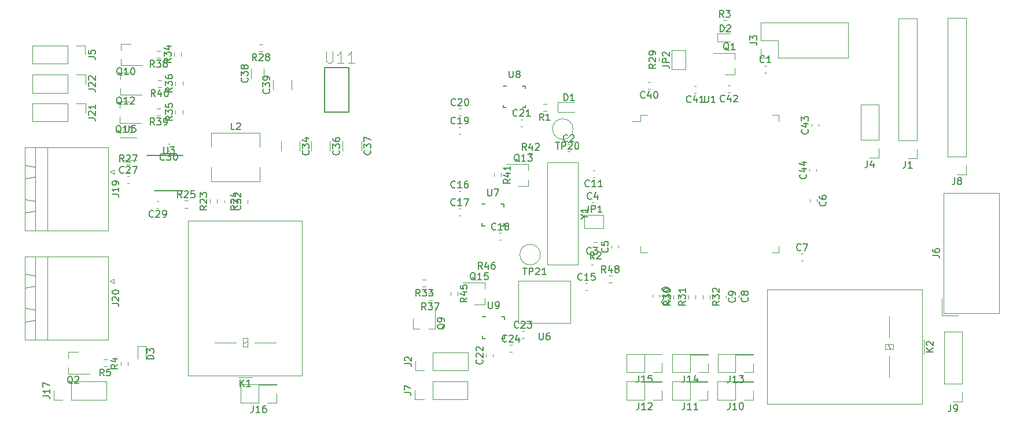
<source format=gbr>
%TF.GenerationSoftware,KiCad,Pcbnew,(5.1.8)-1*%
%TF.CreationDate,2022-04-23T21:59:24-07:00*%
%TF.ProjectId,AttitudeMotorController,41747469-7475-4646-954d-6f746f72436f,rev?*%
%TF.SameCoordinates,Original*%
%TF.FileFunction,Legend,Top*%
%TF.FilePolarity,Positive*%
%FSLAX46Y46*%
G04 Gerber Fmt 4.6, Leading zero omitted, Abs format (unit mm)*
G04 Created by KiCad (PCBNEW (5.1.8)-1) date 2022-04-23 21:59:24*
%MOMM*%
%LPD*%
G01*
G04 APERTURE LIST*
%ADD10C,0.120000*%
%ADD11C,0.150000*%
%ADD12C,0.152400*%
%ADD13C,0.015000*%
G04 APERTURE END LIST*
D10*
%TO.C,C1*%
X169247433Y-8536400D02*
X169539967Y-8536400D01*
X169247433Y-7516400D02*
X169539967Y-7516400D01*
%TO.C,C2*%
X140467033Y-20093400D02*
X140759567Y-20093400D01*
X140467033Y-19073400D02*
X140759567Y-19073400D01*
%TO.C,C3*%
X143893153Y-35608800D02*
X144185687Y-35608800D01*
X143893153Y-36628800D02*
X144185687Y-36628800D01*
%TO.C,C4*%
X143974433Y-27544300D02*
X144266967Y-27544300D01*
X143974433Y-28564300D02*
X144266967Y-28564300D01*
%TO.C,C5*%
X147880800Y-34187347D02*
X147880800Y-33894813D01*
X146860800Y-34187347D02*
X146860800Y-33894813D01*
%TO.C,C6*%
X175893000Y-27120633D02*
X175893000Y-27413167D01*
X176913000Y-27120633D02*
X176913000Y-27413167D01*
%TO.C,C7*%
X174618433Y-35062700D02*
X174910967Y-35062700D01*
X174618433Y-36082700D02*
X174910967Y-36082700D01*
%TO.C,C8*%
X165493160Y-41174453D02*
X165493160Y-41466987D01*
X164473160Y-41174453D02*
X164473160Y-41466987D01*
%TO.C,C9*%
X162606260Y-41212553D02*
X162606260Y-41505087D01*
X163626260Y-41212553D02*
X163626260Y-41505087D01*
%TO.C,C10*%
X152880600Y-41077933D02*
X152880600Y-41370467D01*
X153900600Y-41077933D02*
X153900600Y-41370467D01*
%TO.C,C11*%
X144418267Y-23878000D02*
X144125733Y-23878000D01*
X144418267Y-22858000D02*
X144125733Y-22858000D01*
%TO.C,C15*%
X143058933Y-39393400D02*
X143351467Y-39393400D01*
X143058933Y-40413400D02*
X143351467Y-40413400D01*
%TO.C,C16*%
X124491334Y-26899301D02*
X124783868Y-26899301D01*
X124491334Y-25879301D02*
X124783868Y-25879301D01*
%TO.C,C17*%
X124491533Y-28458700D02*
X124784067Y-28458700D01*
X124491533Y-29478700D02*
X124784067Y-29478700D01*
%TO.C,C18*%
X130423533Y-32040100D02*
X130716067Y-32040100D01*
X130423533Y-33060100D02*
X130716067Y-33060100D01*
%TO.C,C19*%
X124505333Y-17528000D02*
X124797867Y-17528000D01*
X124505333Y-16508000D02*
X124797867Y-16508000D01*
%TO.C,C20*%
X124530733Y-13815600D02*
X124823267Y-13815600D01*
X124530733Y-14835600D02*
X124823267Y-14835600D01*
%TO.C,C21*%
X133573133Y-15377700D02*
X133865667Y-15377700D01*
X133573133Y-16397700D02*
X133865667Y-16397700D01*
%TO.C,C22*%
X129529300Y-50095367D02*
X129529300Y-49802833D01*
X128509300Y-50095367D02*
X128509300Y-49802833D01*
%TO.C,C23*%
X133763633Y-46403800D02*
X134056167Y-46403800D01*
X133763633Y-47423800D02*
X134056167Y-47423800D01*
%TO.C,C24*%
X132009933Y-49455800D02*
X132302467Y-49455800D01*
X132009933Y-48435800D02*
X132302467Y-48435800D01*
%TO.C,C27*%
X75977533Y-24741600D02*
X76270067Y-24741600D01*
X75977533Y-23721600D02*
X76270067Y-23721600D01*
%TO.C,C29*%
X80613467Y-28348400D02*
X80320933Y-28348400D01*
X80613467Y-27328400D02*
X80320933Y-27328400D01*
%TO.C,C30*%
X82226367Y-20004500D02*
X81933833Y-20004500D01*
X82226367Y-18984500D02*
X81933833Y-18984500D01*
%TO.C,C32*%
X90218800Y-27247633D02*
X90218800Y-27540167D01*
X91238800Y-27247633D02*
X91238800Y-27540167D01*
%TO.C,C34*%
X101232800Y-18580048D02*
X101232800Y-20002552D01*
X98512800Y-18580048D02*
X98512800Y-20002552D01*
%TO.C,C36*%
X105677800Y-18580048D02*
X105677800Y-20002552D01*
X102957800Y-18580048D02*
X102957800Y-20002552D01*
%TO.C,C37*%
X107542500Y-18567348D02*
X107542500Y-19989852D01*
X110262500Y-18567348D02*
X110262500Y-19989852D01*
%TO.C,C38*%
X95969500Y-9373052D02*
X95969500Y-7950548D01*
X94149500Y-9373052D02*
X94149500Y-7950548D01*
%TO.C,C39*%
X100064400Y-11024052D02*
X100064400Y-9601548D01*
X97344400Y-11024052D02*
X97344400Y-9601548D01*
%TO.C,C40*%
X152533567Y-9865900D02*
X152241033Y-9865900D01*
X152533567Y-10885900D02*
X152241033Y-10885900D01*
%TO.C,C41*%
X159277267Y-11533600D02*
X158984733Y-11533600D01*
X159277267Y-10513600D02*
X158984733Y-10513600D01*
%TO.C,C42*%
X164217567Y-10424700D02*
X163925033Y-10424700D01*
X164217567Y-11444700D02*
X163925033Y-11444700D01*
%TO.C,C43*%
X176147000Y-16376867D02*
X176147000Y-16084333D01*
X177167000Y-16376867D02*
X177167000Y-16084333D01*
%TO.C,C44*%
X176874900Y-22955467D02*
X176874900Y-22662933D01*
X175854900Y-22955467D02*
X175854900Y-22662933D01*
%TO.C,D1*%
X141451200Y-12879400D02*
X138991200Y-12879400D01*
X138991200Y-12879400D02*
X138991200Y-14349400D01*
X138991200Y-14349400D02*
X141451200Y-14349400D01*
%TO.C,D2*%
X164212500Y-3990900D02*
X162362500Y-3990900D01*
X164212500Y-2790900D02*
X162362500Y-2790900D01*
X162362500Y-2790900D02*
X162362500Y-3990900D01*
%TO.C,D3*%
X78743100Y-48608600D02*
X77543100Y-48608600D01*
X78743100Y-50458600D02*
X78743100Y-48608600D01*
X77543100Y-50458600D02*
X77543100Y-48608600D01*
%TO.C,J1*%
X191550600Y-613100D02*
X188890600Y-613100D01*
X191550600Y-18453100D02*
X191550600Y-613100D01*
X188890600Y-18453100D02*
X188890600Y-613100D01*
X191550600Y-18453100D02*
X188890600Y-18453100D01*
X191550600Y-19723100D02*
X191550600Y-21053100D01*
X191550600Y-21053100D02*
X190220600Y-21053100D01*
%TO.C,J2*%
X125891600Y-52168100D02*
X125891600Y-49508100D01*
X120751600Y-52168100D02*
X125891600Y-52168100D01*
X120751600Y-49508100D02*
X125891600Y-49508100D01*
X120751600Y-52168100D02*
X120751600Y-49508100D01*
X119481600Y-52168100D02*
X118151600Y-52168100D01*
X118151600Y-52168100D02*
X118151600Y-50838100D01*
%TO.C,J3*%
X181517600Y-6384600D02*
X181517600Y-1184600D01*
X171297600Y-6384600D02*
X181517600Y-6384600D01*
X168697600Y-1184600D02*
X181517600Y-1184600D01*
X171297600Y-6384600D02*
X171297600Y-3784600D01*
X171297600Y-3784600D02*
X168697600Y-3784600D01*
X168697600Y-3784600D02*
X168697600Y-1184600D01*
X170027600Y-6384600D02*
X168697600Y-6384600D01*
X168697600Y-6384600D02*
X168697600Y-5054600D01*
%TO.C,J4*%
X185988000Y-13236900D02*
X183328000Y-13236900D01*
X185988000Y-18376900D02*
X185988000Y-13236900D01*
X183328000Y-18376900D02*
X183328000Y-13236900D01*
X185988000Y-18376900D02*
X183328000Y-18376900D01*
X185988000Y-19646900D02*
X185988000Y-20976900D01*
X185988000Y-20976900D02*
X184658000Y-20976900D01*
%TO.C,J5*%
X62119200Y-4550100D02*
X62119200Y-7210100D01*
X67259200Y-4550100D02*
X62119200Y-4550100D01*
X67259200Y-7210100D02*
X62119200Y-7210100D01*
X67259200Y-4550100D02*
X67259200Y-7210100D01*
X68529200Y-4550100D02*
X69859200Y-4550100D01*
X69859200Y-4550100D02*
X69859200Y-5880100D01*
%TO.C,J6*%
X195490800Y-43771500D02*
X203610800Y-43771500D01*
X203610800Y-43771500D02*
X203610800Y-26151500D01*
X203610800Y-26151500D02*
X195490800Y-26151500D01*
X195490800Y-26151500D02*
X195490800Y-43771500D01*
X197600800Y-44071500D02*
X195190800Y-44071500D01*
X195190800Y-44071500D02*
X195190800Y-41661500D01*
%TO.C,J7*%
X118075400Y-56384500D02*
X118075400Y-55054500D01*
X119405400Y-56384500D02*
X118075400Y-56384500D01*
X120675400Y-56384500D02*
X120675400Y-53724500D01*
X120675400Y-53724500D02*
X125815400Y-53724500D01*
X120675400Y-56384500D02*
X125815400Y-56384500D01*
X125815400Y-56384500D02*
X125815400Y-53724500D01*
%TO.C,J8*%
X198764200Y-473400D02*
X196104200Y-473400D01*
X198764200Y-20853400D02*
X198764200Y-473400D01*
X196104200Y-20853400D02*
X196104200Y-473400D01*
X198764200Y-20853400D02*
X196104200Y-20853400D01*
X198764200Y-22123400D02*
X198764200Y-23453400D01*
X198764200Y-23453400D02*
X197434200Y-23453400D01*
%TO.C,J9*%
X198180000Y-46447400D02*
X195520000Y-46447400D01*
X198180000Y-54127400D02*
X198180000Y-46447400D01*
X195520000Y-54127400D02*
X195520000Y-46447400D01*
X198180000Y-54127400D02*
X195520000Y-54127400D01*
X198180000Y-55397400D02*
X198180000Y-56727400D01*
X198180000Y-56727400D02*
X196850000Y-56727400D01*
%TO.C,J10*%
X167603480Y-56432760D02*
X166273480Y-56432760D01*
X167603480Y-55102760D02*
X167603480Y-56432760D01*
X165003480Y-56432760D02*
X162403480Y-56432760D01*
X165003480Y-53832760D02*
X165003480Y-56432760D01*
X167603480Y-53832760D02*
X165003480Y-53832760D01*
X162403480Y-56432760D02*
X162403480Y-53772760D01*
X167603480Y-53832760D02*
X167603480Y-53772760D01*
X167603480Y-53772760D02*
X162403480Y-53772760D01*
%TO.C,J11*%
X160969000Y-53772760D02*
X155769000Y-53772760D01*
X160969000Y-53832760D02*
X160969000Y-53772760D01*
X155769000Y-56432760D02*
X155769000Y-53772760D01*
X160969000Y-53832760D02*
X158369000Y-53832760D01*
X158369000Y-53832760D02*
X158369000Y-56432760D01*
X158369000Y-56432760D02*
X155769000Y-56432760D01*
X160969000Y-55102760D02*
X160969000Y-56432760D01*
X160969000Y-56432760D02*
X159639000Y-56432760D01*
%TO.C,J12*%
X154278640Y-53798160D02*
X149078640Y-53798160D01*
X154278640Y-53858160D02*
X154278640Y-53798160D01*
X149078640Y-56458160D02*
X149078640Y-53798160D01*
X154278640Y-53858160D02*
X151678640Y-53858160D01*
X151678640Y-53858160D02*
X151678640Y-56458160D01*
X151678640Y-56458160D02*
X149078640Y-56458160D01*
X154278640Y-55128160D02*
X154278640Y-56458160D01*
X154278640Y-56458160D02*
X152948640Y-56458160D01*
%TO.C,J13*%
X167623800Y-52447500D02*
X166293800Y-52447500D01*
X167623800Y-51117500D02*
X167623800Y-52447500D01*
X165023800Y-52447500D02*
X162423800Y-52447500D01*
X165023800Y-49847500D02*
X165023800Y-52447500D01*
X167623800Y-49847500D02*
X165023800Y-49847500D01*
X162423800Y-52447500D02*
X162423800Y-49787500D01*
X167623800Y-49847500D02*
X167623800Y-49787500D01*
X167623800Y-49787500D02*
X162423800Y-49787500D01*
%TO.C,J14*%
X160981700Y-52434800D02*
X159651700Y-52434800D01*
X160981700Y-51104800D02*
X160981700Y-52434800D01*
X158381700Y-52434800D02*
X155781700Y-52434800D01*
X158381700Y-49834800D02*
X158381700Y-52434800D01*
X160981700Y-49834800D02*
X158381700Y-49834800D01*
X155781700Y-52434800D02*
X155781700Y-49774800D01*
X160981700Y-49834800D02*
X160981700Y-49774800D01*
X160981700Y-49774800D02*
X155781700Y-49774800D01*
%TO.C,J15*%
X154276100Y-49762100D02*
X149076100Y-49762100D01*
X154276100Y-49822100D02*
X154276100Y-49762100D01*
X149076100Y-52422100D02*
X149076100Y-49762100D01*
X154276100Y-49822100D02*
X151676100Y-49822100D01*
X151676100Y-49822100D02*
X151676100Y-52422100D01*
X151676100Y-52422100D02*
X149076100Y-52422100D01*
X154276100Y-51092100D02*
X154276100Y-52422100D01*
X154276100Y-52422100D02*
X152946100Y-52422100D01*
%TO.C,J16*%
X97837300Y-54194400D02*
X92637300Y-54194400D01*
X97837300Y-54254400D02*
X97837300Y-54194400D01*
X92637300Y-56854400D02*
X92637300Y-54194400D01*
X97837300Y-54254400D02*
X95237300Y-54254400D01*
X95237300Y-54254400D02*
X95237300Y-56854400D01*
X95237300Y-56854400D02*
X92637300Y-56854400D01*
X97837300Y-55524400D02*
X97837300Y-56854400D01*
X97837300Y-56854400D02*
X96507300Y-56854400D01*
%TO.C,J17*%
X72958000Y-56435300D02*
X72958000Y-53775300D01*
X67818000Y-56435300D02*
X72958000Y-56435300D01*
X67818000Y-53775300D02*
X72958000Y-53775300D01*
X67818000Y-56435300D02*
X67818000Y-53775300D01*
X66548000Y-56435300D02*
X65218000Y-56435300D01*
X65218000Y-56435300D02*
X65218000Y-55105300D01*
%TO.C,J19*%
X74030000Y-22763200D02*
X74030000Y-23363200D01*
X73430000Y-23063200D02*
X74030000Y-22763200D01*
X74030000Y-23363200D02*
X73430000Y-23063200D01*
X62510000Y-27313200D02*
X61010000Y-27063200D01*
X62510000Y-28813200D02*
X62510000Y-27313200D01*
X61010000Y-29063200D02*
X62510000Y-28813200D01*
X61010000Y-27063200D02*
X61010000Y-29063200D01*
X62510000Y-22313200D02*
X61010000Y-22063200D01*
X62510000Y-23813200D02*
X62510000Y-22313200D01*
X61010000Y-24063200D02*
X62510000Y-23813200D01*
X61010000Y-22063200D02*
X61010000Y-24063200D01*
X62510000Y-31673200D02*
X62510000Y-19453200D01*
X64310000Y-31673200D02*
X62510000Y-31673200D01*
X64310000Y-19453200D02*
X64310000Y-31673200D01*
X62510000Y-19453200D02*
X64310000Y-19453200D01*
X73230000Y-31673200D02*
X73230000Y-19453200D01*
X61010000Y-31673200D02*
X73230000Y-31673200D01*
X61010000Y-19453200D02*
X61010000Y-31673200D01*
X73230000Y-19453200D02*
X61010000Y-19453200D01*
%TO.C,J20*%
X73230000Y-35442500D02*
X61010000Y-35442500D01*
X61010000Y-35442500D02*
X61010000Y-47662500D01*
X61010000Y-47662500D02*
X73230000Y-47662500D01*
X73230000Y-47662500D02*
X73230000Y-35442500D01*
X62510000Y-35442500D02*
X64310000Y-35442500D01*
X64310000Y-35442500D02*
X64310000Y-47662500D01*
X64310000Y-47662500D02*
X62510000Y-47662500D01*
X62510000Y-47662500D02*
X62510000Y-35442500D01*
X61010000Y-38052500D02*
X61010000Y-40052500D01*
X61010000Y-40052500D02*
X62510000Y-39802500D01*
X62510000Y-39802500D02*
X62510000Y-38302500D01*
X62510000Y-38302500D02*
X61010000Y-38052500D01*
X61010000Y-43052500D02*
X61010000Y-45052500D01*
X61010000Y-45052500D02*
X62510000Y-44802500D01*
X62510000Y-44802500D02*
X62510000Y-43302500D01*
X62510000Y-43302500D02*
X61010000Y-43052500D01*
X74030000Y-39352500D02*
X73430000Y-39052500D01*
X73430000Y-39052500D02*
X74030000Y-38752500D01*
X74030000Y-38752500D02*
X74030000Y-39352500D01*
%TO.C,J21*%
X69871900Y-13033700D02*
X69871900Y-14363700D01*
X68541900Y-13033700D02*
X69871900Y-13033700D01*
X67271900Y-13033700D02*
X67271900Y-15693700D01*
X67271900Y-15693700D02*
X62131900Y-15693700D01*
X67271900Y-13033700D02*
X62131900Y-13033700D01*
X62131900Y-13033700D02*
X62131900Y-15693700D01*
%TO.C,J22*%
X69871900Y-8817300D02*
X69871900Y-10147300D01*
X68541900Y-8817300D02*
X69871900Y-8817300D01*
X67271900Y-8817300D02*
X67271900Y-11477300D01*
X67271900Y-11477300D02*
X62131900Y-11477300D01*
X67271900Y-8817300D02*
X62131900Y-8817300D01*
X62131900Y-8817300D02*
X62131900Y-11477300D01*
%TO.C,JP1*%
X142897400Y-29340300D02*
X145697400Y-29340300D01*
X145697400Y-29340300D02*
X145697400Y-31340300D01*
X145697400Y-31340300D02*
X142897400Y-31340300D01*
X142897400Y-31340300D02*
X142897400Y-29340300D01*
%TO.C,JP2*%
X157679900Y-8067500D02*
X155679900Y-8067500D01*
X157679900Y-5267500D02*
X157679900Y-8067500D01*
X155679900Y-5267500D02*
X157679900Y-5267500D01*
X155679900Y-8067500D02*
X155679900Y-5267500D01*
%TO.C,K1*%
X84906100Y-30203900D02*
X84906100Y-52903900D01*
X84906100Y-52903900D02*
X101606100Y-52903900D01*
X101606100Y-52903900D02*
X101606100Y-30203900D01*
X101606100Y-30203900D02*
X84906100Y-30203900D01*
X93606100Y-47853900D02*
X92906100Y-48253900D01*
X92906100Y-47453900D02*
X92906100Y-48653900D01*
X92906100Y-48653900D02*
X93606100Y-48653900D01*
X93606100Y-48653900D02*
X93606100Y-47453900D01*
X93606100Y-47453900D02*
X92906100Y-47453900D01*
X94256100Y-53163900D02*
X92256100Y-53163900D01*
X97756100Y-48053900D02*
X94606100Y-48053900D01*
X91906100Y-48053900D02*
X88756100Y-48053900D01*
%TO.C,K2*%
X187512600Y-50029100D02*
X187512600Y-53179100D01*
X187512600Y-44179100D02*
X187512600Y-47329100D01*
X192622600Y-47679100D02*
X192622600Y-49679100D01*
X186912600Y-48329100D02*
X186912600Y-49029100D01*
X188112600Y-48329100D02*
X186912600Y-48329100D01*
X188112600Y-49029100D02*
X188112600Y-48329100D01*
X186912600Y-49029100D02*
X188112600Y-49029100D01*
X187312600Y-48329100D02*
X187712600Y-49029100D01*
X169662600Y-40329100D02*
X169662600Y-57029100D01*
X192362600Y-40329100D02*
X169662600Y-40329100D01*
X192362600Y-57029100D02*
X192362600Y-40329100D01*
X169662600Y-57029100D02*
X192362600Y-57029100D01*
%TO.C,L2*%
X95421800Y-17328800D02*
X95421800Y-19378800D01*
X88321800Y-17328800D02*
X95421800Y-17328800D01*
X88321800Y-19378800D02*
X88321800Y-17328800D01*
X95421800Y-24428800D02*
X95421800Y-22378800D01*
X88321800Y-24428800D02*
X95421800Y-24428800D01*
X88321800Y-22378800D02*
X88321800Y-24428800D01*
%TO.C,Q1*%
X164907500Y-8793600D02*
X163447500Y-8793600D01*
X164907500Y-5633600D02*
X161747500Y-5633600D01*
X164907500Y-5633600D02*
X164907500Y-6563600D01*
X164907500Y-8793600D02*
X164907500Y-7863600D01*
%TO.C,Q2*%
X67337400Y-49474000D02*
X67337400Y-50404000D01*
X67337400Y-52634000D02*
X67337400Y-51704000D01*
X67337400Y-52634000D02*
X70497400Y-52634000D01*
X67337400Y-49474000D02*
X68797400Y-49474000D01*
%TO.C,Q9*%
X117863500Y-46022800D02*
X117863500Y-44562800D01*
X121023500Y-46022800D02*
X121023500Y-42862800D01*
X121023500Y-46022800D02*
X120093500Y-46022800D01*
X117863500Y-46022800D02*
X118793500Y-46022800D01*
%TO.C,Q10*%
X75046300Y-4287400D02*
X75046300Y-5217400D01*
X75046300Y-7447400D02*
X75046300Y-6517400D01*
X75046300Y-7447400D02*
X78206300Y-7447400D01*
X75046300Y-4287400D02*
X76506300Y-4287400D01*
%TO.C,Q11*%
X74919300Y-12758300D02*
X74919300Y-13688300D01*
X74919300Y-15918300D02*
X74919300Y-14988300D01*
X74919300Y-15918300D02*
X78079300Y-15918300D01*
X74919300Y-12758300D02*
X76379300Y-12758300D01*
%TO.C,Q12*%
X74995500Y-8580000D02*
X76455500Y-8580000D01*
X74995500Y-11740000D02*
X78155500Y-11740000D01*
X74995500Y-11740000D02*
X74995500Y-10810000D01*
X74995500Y-8580000D02*
X74995500Y-9510000D01*
%TO.C,R1*%
X137353124Y-13117300D02*
X136843676Y-13117300D01*
X137353124Y-14162300D02*
X136843676Y-14162300D01*
%TO.C,R2*%
X144791524Y-34444200D02*
X144282076Y-34444200D01*
X144791524Y-33399200D02*
X144282076Y-33399200D01*
%TO.C,R3*%
X163194276Y-1894100D02*
X163703724Y-1894100D01*
X163194276Y-849100D02*
X163703724Y-849100D01*
%TO.C,R4*%
X76100200Y-51383024D02*
X76100200Y-50873576D01*
X75055200Y-51383024D02*
X75055200Y-50873576D01*
%TO.C,R5*%
X73014924Y-51589200D02*
X72505476Y-51589200D01*
X73014924Y-50544200D02*
X72505476Y-50544200D01*
%TO.C,R23*%
X88098100Y-27623224D02*
X88098100Y-27113776D01*
X89143100Y-27623224D02*
X89143100Y-27113776D01*
%TO.C,R24*%
X93638900Y-27648624D02*
X93638900Y-27139176D01*
X92593900Y-27648624D02*
X92593900Y-27139176D01*
%TO.C,R25*%
X84365376Y-27303200D02*
X84874824Y-27303200D01*
X84365376Y-28348200D02*
X84874824Y-28348200D01*
%TO.C,R27*%
X75894476Y-22032700D02*
X76403924Y-22032700D01*
X75894476Y-23077700D02*
X76403924Y-23077700D01*
%TO.C,R28*%
X95809524Y-5412000D02*
X95300076Y-5412000D01*
X95809524Y-4367000D02*
X95300076Y-4367000D01*
%TO.C,R29*%
X153795200Y-6884124D02*
X153795200Y-6374676D01*
X154840200Y-6884124D02*
X154840200Y-6374676D01*
%TO.C,R30*%
X155936420Y-41643384D02*
X155936420Y-41133936D01*
X156981420Y-41643384D02*
X156981420Y-41133936D01*
%TO.C,R31*%
X159175980Y-41631324D02*
X159175980Y-41121876D01*
X158130980Y-41631324D02*
X158130980Y-41121876D01*
%TO.C,R32*%
X161289260Y-41116796D02*
X161289260Y-41626244D01*
X160244260Y-41116796D02*
X160244260Y-41626244D01*
%TO.C,R33*%
X119736324Y-38860200D02*
X119226876Y-38860200D01*
X119736324Y-39905200D02*
X119226876Y-39905200D01*
%TO.C,R34*%
X83910700Y-6082124D02*
X83910700Y-5572676D01*
X82865700Y-6082124D02*
X82865700Y-5572676D01*
%TO.C,R35*%
X83068900Y-14554924D02*
X83068900Y-14045476D01*
X84113900Y-14554924D02*
X84113900Y-14045476D01*
%TO.C,R36*%
X84113900Y-10363924D02*
X84113900Y-9854476D01*
X83068900Y-10363924D02*
X83068900Y-9854476D01*
%TO.C,R37*%
X120614524Y-41924500D02*
X120105076Y-41924500D01*
X120614524Y-40879500D02*
X120105076Y-40879500D01*
%TO.C,R38*%
X80848924Y-6364500D02*
X80339476Y-6364500D01*
X80848924Y-5319500D02*
X80339476Y-5319500D01*
%TO.C,R39*%
X80874324Y-13790400D02*
X80364876Y-13790400D01*
X80874324Y-14835400D02*
X80364876Y-14835400D01*
%TO.C,R40*%
X81001324Y-9624800D02*
X80491876Y-9624800D01*
X81001324Y-10669800D02*
X80491876Y-10669800D01*
%TO.C,TP20*%
X141238100Y-16789400D02*
G75*
G03*
X141238100Y-16789400I-1500000J0D01*
G01*
%TO.C,TP21*%
X136462900Y-35179000D02*
G75*
G03*
X136462900Y-35179000I-1500000J0D01*
G01*
%TO.C,U1*%
X170411900Y-34913100D02*
X171361900Y-34913100D01*
X171361900Y-34913100D02*
X171361900Y-33963100D01*
X152091900Y-34913100D02*
X151141900Y-34913100D01*
X151141900Y-34913100D02*
X151141900Y-33963100D01*
X170411900Y-14693100D02*
X171361900Y-14693100D01*
X171361900Y-14693100D02*
X171361900Y-15643100D01*
X152091900Y-14693100D02*
X151141900Y-14693100D01*
X151141900Y-14693100D02*
X151141900Y-15643100D01*
X151141900Y-15643100D02*
X149851900Y-15643100D01*
D11*
%TO.C,U3*%
X78917800Y-20678700D02*
X84167800Y-20678700D01*
X80017800Y-25828700D02*
X84167800Y-25828700D01*
D10*
%TO.C,U5*%
X75528600Y-21295000D02*
X77328600Y-21295000D01*
X77328600Y-18075000D02*
X74878600Y-18075000D01*
%TO.C,U6*%
X133258400Y-39025900D02*
X140858400Y-39025900D01*
X140858400Y-39025900D02*
X140858400Y-45225900D01*
X140858400Y-45225900D02*
X133258400Y-45225900D01*
X133258400Y-45225900D02*
X133258400Y-39025900D01*
D11*
%TO.C,U7*%
X127901900Y-30962400D02*
X127901900Y-30562400D01*
X127901900Y-30962400D02*
X128301900Y-30962400D01*
X131101900Y-30962400D02*
X131101900Y-30562400D01*
X131101900Y-30962400D02*
X130701900Y-30962400D01*
X131101900Y-27762400D02*
X131101900Y-28162400D01*
X131101900Y-27762400D02*
X130701900Y-27762400D01*
X127901900Y-27762400D02*
X128301900Y-27762400D01*
%TO.C,U8*%
X131064200Y-10465000D02*
X131464200Y-10465000D01*
X134264200Y-10465000D02*
X133864200Y-10465000D01*
X134264200Y-10465000D02*
X134264200Y-10865000D01*
X134264200Y-13665000D02*
X133864200Y-13665000D01*
X134264200Y-13665000D02*
X134264200Y-13265000D01*
X131064200Y-13665000D02*
X131464200Y-13665000D01*
X131064200Y-13665000D02*
X131064200Y-13265000D01*
%TO.C,U9*%
X128028900Y-47497800D02*
X128028900Y-47097800D01*
X128028900Y-47497800D02*
X128428900Y-47497800D01*
X131228900Y-47497800D02*
X131228900Y-47097800D01*
X131228900Y-47497800D02*
X130828900Y-47497800D01*
X131228900Y-44297800D02*
X131228900Y-44697800D01*
X131228900Y-44297800D02*
X130828900Y-44297800D01*
X128028900Y-44297800D02*
X128428900Y-44297800D01*
D12*
%TO.C,U11*%
X104889300Y-7810500D02*
X104889300Y-14312900D01*
X108445300Y-7810500D02*
X104889300Y-7810500D01*
X108445300Y-14312900D02*
X108445300Y-7810500D01*
X104889300Y-14312900D02*
X108445300Y-14312900D01*
D10*
%TO.C,Y1*%
X141955400Y-36671900D02*
X137495400Y-36671900D01*
X141955400Y-21671900D02*
X141955400Y-36671900D01*
X137495400Y-21671900D02*
X137495400Y-36671900D01*
X141955400Y-21671900D02*
X137495400Y-21671900D01*
%TO.C,Q13*%
X134715660Y-25110560D02*
X134715660Y-24180560D01*
X134715660Y-21950560D02*
X134715660Y-22880560D01*
X134715660Y-21950560D02*
X131555660Y-21950560D01*
X134715660Y-25110560D02*
X133255660Y-25110560D01*
%TO.C,Q15*%
X128290860Y-42466380D02*
X128290860Y-41536380D01*
X128290860Y-39306380D02*
X128290860Y-40236380D01*
X128290860Y-39306380D02*
X125130860Y-39306380D01*
X128290860Y-42466380D02*
X126830860Y-42466380D01*
%TO.C,R41*%
X129665200Y-23232656D02*
X129665200Y-23742104D01*
X130710200Y-23232656D02*
X130710200Y-23742104D01*
%TO.C,R42*%
X134788816Y-20348680D02*
X135298264Y-20348680D01*
X134788816Y-21393680D02*
X135298264Y-21393680D01*
%TO.C,R45*%
X124380520Y-40631656D02*
X124380520Y-41141104D01*
X123335520Y-40631656D02*
X123335520Y-41141104D01*
%TO.C,R46*%
X128340396Y-37768000D02*
X128849844Y-37768000D01*
X128340396Y-38813000D02*
X128849844Y-38813000D01*
%TO.C,R48*%
X146420116Y-39323540D02*
X146929564Y-39323540D01*
X146420116Y-38278540D02*
X146929564Y-38278540D01*
%TO.C,C1*%
D11*
X169227033Y-6953542D02*
X169179414Y-7001161D01*
X169036557Y-7048780D01*
X168941319Y-7048780D01*
X168798461Y-7001161D01*
X168703223Y-6905923D01*
X168655604Y-6810685D01*
X168607985Y-6620209D01*
X168607985Y-6477352D01*
X168655604Y-6286876D01*
X168703223Y-6191638D01*
X168798461Y-6096400D01*
X168941319Y-6048780D01*
X169036557Y-6048780D01*
X169179414Y-6096400D01*
X169227033Y-6144019D01*
X170179414Y-7048780D02*
X169607985Y-7048780D01*
X169893700Y-7048780D02*
X169893700Y-6048780D01*
X169798461Y-6191638D01*
X169703223Y-6286876D01*
X169607985Y-6334495D01*
%TO.C,C2*%
X140446633Y-18510542D02*
X140399014Y-18558161D01*
X140256157Y-18605780D01*
X140160919Y-18605780D01*
X140018061Y-18558161D01*
X139922823Y-18462923D01*
X139875204Y-18367685D01*
X139827585Y-18177209D01*
X139827585Y-18034352D01*
X139875204Y-17843876D01*
X139922823Y-17748638D01*
X140018061Y-17653400D01*
X140160919Y-17605780D01*
X140256157Y-17605780D01*
X140399014Y-17653400D01*
X140446633Y-17701019D01*
X140827585Y-17701019D02*
X140875204Y-17653400D01*
X140970442Y-17605780D01*
X141208538Y-17605780D01*
X141303776Y-17653400D01*
X141351395Y-17701019D01*
X141399014Y-17796257D01*
X141399014Y-17891495D01*
X141351395Y-18034352D01*
X140779966Y-18605780D01*
X141399014Y-18605780D01*
%TO.C,C3*%
X143872753Y-35045942D02*
X143825134Y-35093561D01*
X143682277Y-35141180D01*
X143587039Y-35141180D01*
X143444181Y-35093561D01*
X143348943Y-34998323D01*
X143301324Y-34903085D01*
X143253705Y-34712609D01*
X143253705Y-34569752D01*
X143301324Y-34379276D01*
X143348943Y-34284038D01*
X143444181Y-34188800D01*
X143587039Y-34141180D01*
X143682277Y-34141180D01*
X143825134Y-34188800D01*
X143872753Y-34236419D01*
X144206086Y-34141180D02*
X144825134Y-34141180D01*
X144491800Y-34522133D01*
X144634658Y-34522133D01*
X144729896Y-34569752D01*
X144777515Y-34617371D01*
X144825134Y-34712609D01*
X144825134Y-34950704D01*
X144777515Y-35045942D01*
X144729896Y-35093561D01*
X144634658Y-35141180D01*
X144348943Y-35141180D01*
X144253705Y-35093561D01*
X144206086Y-35045942D01*
%TO.C,C4*%
X143954033Y-26981442D02*
X143906414Y-27029061D01*
X143763557Y-27076680D01*
X143668319Y-27076680D01*
X143525461Y-27029061D01*
X143430223Y-26933823D01*
X143382604Y-26838585D01*
X143334985Y-26648109D01*
X143334985Y-26505252D01*
X143382604Y-26314776D01*
X143430223Y-26219538D01*
X143525461Y-26124300D01*
X143668319Y-26076680D01*
X143763557Y-26076680D01*
X143906414Y-26124300D01*
X143954033Y-26171919D01*
X144811176Y-26410014D02*
X144811176Y-27076680D01*
X144573080Y-26029061D02*
X144334985Y-26743347D01*
X144954033Y-26743347D01*
%TO.C,C5*%
X146297942Y-34207746D02*
X146345561Y-34255365D01*
X146393180Y-34398222D01*
X146393180Y-34493460D01*
X146345561Y-34636318D01*
X146250323Y-34731556D01*
X146155085Y-34779175D01*
X145964609Y-34826794D01*
X145821752Y-34826794D01*
X145631276Y-34779175D01*
X145536038Y-34731556D01*
X145440800Y-34636318D01*
X145393180Y-34493460D01*
X145393180Y-34398222D01*
X145440800Y-34255365D01*
X145488419Y-34207746D01*
X145393180Y-33302984D02*
X145393180Y-33779175D01*
X145869371Y-33826794D01*
X145821752Y-33779175D01*
X145774133Y-33683937D01*
X145774133Y-33445841D01*
X145821752Y-33350603D01*
X145869371Y-33302984D01*
X145964609Y-33255365D01*
X146202704Y-33255365D01*
X146297942Y-33302984D01*
X146345561Y-33350603D01*
X146393180Y-33445841D01*
X146393180Y-33683937D01*
X146345561Y-33779175D01*
X146297942Y-33826794D01*
%TO.C,C6*%
X178190142Y-27433566D02*
X178237761Y-27481185D01*
X178285380Y-27624042D01*
X178285380Y-27719280D01*
X178237761Y-27862138D01*
X178142523Y-27957376D01*
X178047285Y-28004995D01*
X177856809Y-28052614D01*
X177713952Y-28052614D01*
X177523476Y-28004995D01*
X177428238Y-27957376D01*
X177333000Y-27862138D01*
X177285380Y-27719280D01*
X177285380Y-27624042D01*
X177333000Y-27481185D01*
X177380619Y-27433566D01*
X177285380Y-26576423D02*
X177285380Y-26766900D01*
X177333000Y-26862138D01*
X177380619Y-26909757D01*
X177523476Y-27004995D01*
X177713952Y-27052614D01*
X178094904Y-27052614D01*
X178190142Y-27004995D01*
X178237761Y-26957376D01*
X178285380Y-26862138D01*
X178285380Y-26671661D01*
X178237761Y-26576423D01*
X178190142Y-26528804D01*
X178094904Y-26481185D01*
X177856809Y-26481185D01*
X177761571Y-26528804D01*
X177713952Y-26576423D01*
X177666333Y-26671661D01*
X177666333Y-26862138D01*
X177713952Y-26957376D01*
X177761571Y-27004995D01*
X177856809Y-27052614D01*
%TO.C,C7*%
X174598033Y-34499842D02*
X174550414Y-34547461D01*
X174407557Y-34595080D01*
X174312319Y-34595080D01*
X174169461Y-34547461D01*
X174074223Y-34452223D01*
X174026604Y-34356985D01*
X173978985Y-34166509D01*
X173978985Y-34023652D01*
X174026604Y-33833176D01*
X174074223Y-33737938D01*
X174169461Y-33642700D01*
X174312319Y-33595080D01*
X174407557Y-33595080D01*
X174550414Y-33642700D01*
X174598033Y-33690319D01*
X174931366Y-33595080D02*
X175598033Y-33595080D01*
X175169461Y-34595080D01*
%TO.C,C8*%
X166770302Y-41487386D02*
X166817921Y-41535005D01*
X166865540Y-41677862D01*
X166865540Y-41773100D01*
X166817921Y-41915958D01*
X166722683Y-42011196D01*
X166627445Y-42058815D01*
X166436969Y-42106434D01*
X166294112Y-42106434D01*
X166103636Y-42058815D01*
X166008398Y-42011196D01*
X165913160Y-41915958D01*
X165865540Y-41773100D01*
X165865540Y-41677862D01*
X165913160Y-41535005D01*
X165960779Y-41487386D01*
X166294112Y-40915958D02*
X166246493Y-41011196D01*
X166198874Y-41058815D01*
X166103636Y-41106434D01*
X166056017Y-41106434D01*
X165960779Y-41058815D01*
X165913160Y-41011196D01*
X165865540Y-40915958D01*
X165865540Y-40725481D01*
X165913160Y-40630243D01*
X165960779Y-40582624D01*
X166056017Y-40535005D01*
X166103636Y-40535005D01*
X166198874Y-40582624D01*
X166246493Y-40630243D01*
X166294112Y-40725481D01*
X166294112Y-40915958D01*
X166341731Y-41011196D01*
X166389350Y-41058815D01*
X166484588Y-41106434D01*
X166675064Y-41106434D01*
X166770302Y-41058815D01*
X166817921Y-41011196D01*
X166865540Y-40915958D01*
X166865540Y-40725481D01*
X166817921Y-40630243D01*
X166770302Y-40582624D01*
X166675064Y-40535005D01*
X166484588Y-40535005D01*
X166389350Y-40582624D01*
X166341731Y-40630243D01*
X166294112Y-40725481D01*
%TO.C,C9*%
X164903402Y-41525486D02*
X164951021Y-41573105D01*
X164998640Y-41715962D01*
X164998640Y-41811200D01*
X164951021Y-41954058D01*
X164855783Y-42049296D01*
X164760545Y-42096915D01*
X164570069Y-42144534D01*
X164427212Y-42144534D01*
X164236736Y-42096915D01*
X164141498Y-42049296D01*
X164046260Y-41954058D01*
X163998640Y-41811200D01*
X163998640Y-41715962D01*
X164046260Y-41573105D01*
X164093879Y-41525486D01*
X164998640Y-41049296D02*
X164998640Y-40858820D01*
X164951021Y-40763581D01*
X164903402Y-40715962D01*
X164760545Y-40620724D01*
X164570069Y-40573105D01*
X164189117Y-40573105D01*
X164093879Y-40620724D01*
X164046260Y-40668343D01*
X163998640Y-40763581D01*
X163998640Y-40954058D01*
X164046260Y-41049296D01*
X164093879Y-41096915D01*
X164189117Y-41144534D01*
X164427212Y-41144534D01*
X164522450Y-41096915D01*
X164570069Y-41049296D01*
X164617688Y-40954058D01*
X164617688Y-40763581D01*
X164570069Y-40668343D01*
X164522450Y-40620724D01*
X164427212Y-40573105D01*
%TO.C,C10*%
X155177742Y-41867057D02*
X155225361Y-41914676D01*
X155272980Y-42057533D01*
X155272980Y-42152771D01*
X155225361Y-42295628D01*
X155130123Y-42390866D01*
X155034885Y-42438485D01*
X154844409Y-42486104D01*
X154701552Y-42486104D01*
X154511076Y-42438485D01*
X154415838Y-42390866D01*
X154320600Y-42295628D01*
X154272980Y-42152771D01*
X154272980Y-42057533D01*
X154320600Y-41914676D01*
X154368219Y-41867057D01*
X155272980Y-40914676D02*
X155272980Y-41486104D01*
X155272980Y-41200390D02*
X154272980Y-41200390D01*
X154415838Y-41295628D01*
X154511076Y-41390866D01*
X154558695Y-41486104D01*
X154272980Y-40295628D02*
X154272980Y-40200390D01*
X154320600Y-40105152D01*
X154368219Y-40057533D01*
X154463457Y-40009914D01*
X154653933Y-39962295D01*
X154892028Y-39962295D01*
X155082504Y-40009914D01*
X155177742Y-40057533D01*
X155225361Y-40105152D01*
X155272980Y-40200390D01*
X155272980Y-40295628D01*
X155225361Y-40390866D01*
X155177742Y-40438485D01*
X155082504Y-40486104D01*
X154892028Y-40533723D01*
X154653933Y-40533723D01*
X154463457Y-40486104D01*
X154368219Y-40438485D01*
X154320600Y-40390866D01*
X154272980Y-40295628D01*
%TO.C,C11*%
X143629142Y-25155142D02*
X143581523Y-25202761D01*
X143438666Y-25250380D01*
X143343428Y-25250380D01*
X143200571Y-25202761D01*
X143105333Y-25107523D01*
X143057714Y-25012285D01*
X143010095Y-24821809D01*
X143010095Y-24678952D01*
X143057714Y-24488476D01*
X143105333Y-24393238D01*
X143200571Y-24298000D01*
X143343428Y-24250380D01*
X143438666Y-24250380D01*
X143581523Y-24298000D01*
X143629142Y-24345619D01*
X144581523Y-25250380D02*
X144010095Y-25250380D01*
X144295809Y-25250380D02*
X144295809Y-24250380D01*
X144200571Y-24393238D01*
X144105333Y-24488476D01*
X144010095Y-24536095D01*
X145533904Y-25250380D02*
X144962476Y-25250380D01*
X145248190Y-25250380D02*
X145248190Y-24250380D01*
X145152952Y-24393238D01*
X145057714Y-24488476D01*
X144962476Y-24536095D01*
%TO.C,C15*%
X142562342Y-38830542D02*
X142514723Y-38878161D01*
X142371866Y-38925780D01*
X142276628Y-38925780D01*
X142133771Y-38878161D01*
X142038533Y-38782923D01*
X141990914Y-38687685D01*
X141943295Y-38497209D01*
X141943295Y-38354352D01*
X141990914Y-38163876D01*
X142038533Y-38068638D01*
X142133771Y-37973400D01*
X142276628Y-37925780D01*
X142371866Y-37925780D01*
X142514723Y-37973400D01*
X142562342Y-38021019D01*
X143514723Y-38925780D02*
X142943295Y-38925780D01*
X143229009Y-38925780D02*
X143229009Y-37925780D01*
X143133771Y-38068638D01*
X143038533Y-38163876D01*
X142943295Y-38211495D01*
X144419485Y-37925780D02*
X143943295Y-37925780D01*
X143895676Y-38401971D01*
X143943295Y-38354352D01*
X144038533Y-38306733D01*
X144276628Y-38306733D01*
X144371866Y-38354352D01*
X144419485Y-38401971D01*
X144467104Y-38497209D01*
X144467104Y-38735304D01*
X144419485Y-38830542D01*
X144371866Y-38878161D01*
X144276628Y-38925780D01*
X144038533Y-38925780D01*
X143943295Y-38878161D01*
X143895676Y-38830542D01*
%TO.C,C16*%
X123994743Y-25316443D02*
X123947124Y-25364062D01*
X123804267Y-25411681D01*
X123709029Y-25411681D01*
X123566172Y-25364062D01*
X123470934Y-25268824D01*
X123423315Y-25173586D01*
X123375696Y-24983110D01*
X123375696Y-24840253D01*
X123423315Y-24649777D01*
X123470934Y-24554539D01*
X123566172Y-24459301D01*
X123709029Y-24411681D01*
X123804267Y-24411681D01*
X123947124Y-24459301D01*
X123994743Y-24506920D01*
X124947124Y-25411681D02*
X124375696Y-25411681D01*
X124661410Y-25411681D02*
X124661410Y-24411681D01*
X124566172Y-24554539D01*
X124470934Y-24649777D01*
X124375696Y-24697396D01*
X125804267Y-24411681D02*
X125613791Y-24411681D01*
X125518553Y-24459301D01*
X125470934Y-24506920D01*
X125375696Y-24649777D01*
X125328077Y-24840253D01*
X125328077Y-25221205D01*
X125375696Y-25316443D01*
X125423315Y-25364062D01*
X125518553Y-25411681D01*
X125709029Y-25411681D01*
X125804267Y-25364062D01*
X125851886Y-25316443D01*
X125899505Y-25221205D01*
X125899505Y-24983110D01*
X125851886Y-24887872D01*
X125804267Y-24840253D01*
X125709029Y-24792634D01*
X125518553Y-24792634D01*
X125423315Y-24840253D01*
X125375696Y-24887872D01*
X125328077Y-24983110D01*
%TO.C,C17*%
X123994942Y-27895842D02*
X123947323Y-27943461D01*
X123804466Y-27991080D01*
X123709228Y-27991080D01*
X123566371Y-27943461D01*
X123471133Y-27848223D01*
X123423514Y-27752985D01*
X123375895Y-27562509D01*
X123375895Y-27419652D01*
X123423514Y-27229176D01*
X123471133Y-27133938D01*
X123566371Y-27038700D01*
X123709228Y-26991080D01*
X123804466Y-26991080D01*
X123947323Y-27038700D01*
X123994942Y-27086319D01*
X124947323Y-27991080D02*
X124375895Y-27991080D01*
X124661609Y-27991080D02*
X124661609Y-26991080D01*
X124566371Y-27133938D01*
X124471133Y-27229176D01*
X124375895Y-27276795D01*
X125280657Y-26991080D02*
X125947323Y-26991080D01*
X125518752Y-27991080D01*
%TO.C,C18*%
X129926942Y-31477242D02*
X129879323Y-31524861D01*
X129736466Y-31572480D01*
X129641228Y-31572480D01*
X129498371Y-31524861D01*
X129403133Y-31429623D01*
X129355514Y-31334385D01*
X129307895Y-31143909D01*
X129307895Y-31001052D01*
X129355514Y-30810576D01*
X129403133Y-30715338D01*
X129498371Y-30620100D01*
X129641228Y-30572480D01*
X129736466Y-30572480D01*
X129879323Y-30620100D01*
X129926942Y-30667719D01*
X130879323Y-31572480D02*
X130307895Y-31572480D01*
X130593609Y-31572480D02*
X130593609Y-30572480D01*
X130498371Y-30715338D01*
X130403133Y-30810576D01*
X130307895Y-30858195D01*
X131450752Y-31001052D02*
X131355514Y-30953433D01*
X131307895Y-30905814D01*
X131260276Y-30810576D01*
X131260276Y-30762957D01*
X131307895Y-30667719D01*
X131355514Y-30620100D01*
X131450752Y-30572480D01*
X131641228Y-30572480D01*
X131736466Y-30620100D01*
X131784085Y-30667719D01*
X131831704Y-30762957D01*
X131831704Y-30810576D01*
X131784085Y-30905814D01*
X131736466Y-30953433D01*
X131641228Y-31001052D01*
X131450752Y-31001052D01*
X131355514Y-31048671D01*
X131307895Y-31096290D01*
X131260276Y-31191528D01*
X131260276Y-31382004D01*
X131307895Y-31477242D01*
X131355514Y-31524861D01*
X131450752Y-31572480D01*
X131641228Y-31572480D01*
X131736466Y-31524861D01*
X131784085Y-31477242D01*
X131831704Y-31382004D01*
X131831704Y-31191528D01*
X131784085Y-31096290D01*
X131736466Y-31048671D01*
X131641228Y-31001052D01*
%TO.C,C19*%
X124008742Y-15945142D02*
X123961123Y-15992761D01*
X123818266Y-16040380D01*
X123723028Y-16040380D01*
X123580171Y-15992761D01*
X123484933Y-15897523D01*
X123437314Y-15802285D01*
X123389695Y-15611809D01*
X123389695Y-15468952D01*
X123437314Y-15278476D01*
X123484933Y-15183238D01*
X123580171Y-15088000D01*
X123723028Y-15040380D01*
X123818266Y-15040380D01*
X123961123Y-15088000D01*
X124008742Y-15135619D01*
X124961123Y-16040380D02*
X124389695Y-16040380D01*
X124675409Y-16040380D02*
X124675409Y-15040380D01*
X124580171Y-15183238D01*
X124484933Y-15278476D01*
X124389695Y-15326095D01*
X125437314Y-16040380D02*
X125627790Y-16040380D01*
X125723028Y-15992761D01*
X125770647Y-15945142D01*
X125865885Y-15802285D01*
X125913504Y-15611809D01*
X125913504Y-15230857D01*
X125865885Y-15135619D01*
X125818266Y-15088000D01*
X125723028Y-15040380D01*
X125532552Y-15040380D01*
X125437314Y-15088000D01*
X125389695Y-15135619D01*
X125342076Y-15230857D01*
X125342076Y-15468952D01*
X125389695Y-15564190D01*
X125437314Y-15611809D01*
X125532552Y-15659428D01*
X125723028Y-15659428D01*
X125818266Y-15611809D01*
X125865885Y-15564190D01*
X125913504Y-15468952D01*
%TO.C,C20*%
X124034142Y-13252742D02*
X123986523Y-13300361D01*
X123843666Y-13347980D01*
X123748428Y-13347980D01*
X123605571Y-13300361D01*
X123510333Y-13205123D01*
X123462714Y-13109885D01*
X123415095Y-12919409D01*
X123415095Y-12776552D01*
X123462714Y-12586076D01*
X123510333Y-12490838D01*
X123605571Y-12395600D01*
X123748428Y-12347980D01*
X123843666Y-12347980D01*
X123986523Y-12395600D01*
X124034142Y-12443219D01*
X124415095Y-12443219D02*
X124462714Y-12395600D01*
X124557952Y-12347980D01*
X124796047Y-12347980D01*
X124891285Y-12395600D01*
X124938904Y-12443219D01*
X124986523Y-12538457D01*
X124986523Y-12633695D01*
X124938904Y-12776552D01*
X124367476Y-13347980D01*
X124986523Y-13347980D01*
X125605571Y-12347980D02*
X125700809Y-12347980D01*
X125796047Y-12395600D01*
X125843666Y-12443219D01*
X125891285Y-12538457D01*
X125938904Y-12728933D01*
X125938904Y-12967028D01*
X125891285Y-13157504D01*
X125843666Y-13252742D01*
X125796047Y-13300361D01*
X125700809Y-13347980D01*
X125605571Y-13347980D01*
X125510333Y-13300361D01*
X125462714Y-13252742D01*
X125415095Y-13157504D01*
X125367476Y-12967028D01*
X125367476Y-12728933D01*
X125415095Y-12538457D01*
X125462714Y-12443219D01*
X125510333Y-12395600D01*
X125605571Y-12347980D01*
%TO.C,C21*%
X133076542Y-14814842D02*
X133028923Y-14862461D01*
X132886066Y-14910080D01*
X132790828Y-14910080D01*
X132647971Y-14862461D01*
X132552733Y-14767223D01*
X132505114Y-14671985D01*
X132457495Y-14481509D01*
X132457495Y-14338652D01*
X132505114Y-14148176D01*
X132552733Y-14052938D01*
X132647971Y-13957700D01*
X132790828Y-13910080D01*
X132886066Y-13910080D01*
X133028923Y-13957700D01*
X133076542Y-14005319D01*
X133457495Y-14005319D02*
X133505114Y-13957700D01*
X133600352Y-13910080D01*
X133838447Y-13910080D01*
X133933685Y-13957700D01*
X133981304Y-14005319D01*
X134028923Y-14100557D01*
X134028923Y-14195795D01*
X133981304Y-14338652D01*
X133409876Y-14910080D01*
X134028923Y-14910080D01*
X134981304Y-14910080D02*
X134409876Y-14910080D01*
X134695590Y-14910080D02*
X134695590Y-13910080D01*
X134600352Y-14052938D01*
X134505114Y-14148176D01*
X134409876Y-14195795D01*
%TO.C,C22*%
X127946442Y-50591957D02*
X127994061Y-50639576D01*
X128041680Y-50782433D01*
X128041680Y-50877671D01*
X127994061Y-51020528D01*
X127898823Y-51115766D01*
X127803585Y-51163385D01*
X127613109Y-51211004D01*
X127470252Y-51211004D01*
X127279776Y-51163385D01*
X127184538Y-51115766D01*
X127089300Y-51020528D01*
X127041680Y-50877671D01*
X127041680Y-50782433D01*
X127089300Y-50639576D01*
X127136919Y-50591957D01*
X127136919Y-50211004D02*
X127089300Y-50163385D01*
X127041680Y-50068147D01*
X127041680Y-49830052D01*
X127089300Y-49734814D01*
X127136919Y-49687195D01*
X127232157Y-49639576D01*
X127327395Y-49639576D01*
X127470252Y-49687195D01*
X128041680Y-50258623D01*
X128041680Y-49639576D01*
X127136919Y-49258623D02*
X127089300Y-49211004D01*
X127041680Y-49115766D01*
X127041680Y-48877671D01*
X127089300Y-48782433D01*
X127136919Y-48734814D01*
X127232157Y-48687195D01*
X127327395Y-48687195D01*
X127470252Y-48734814D01*
X128041680Y-49306242D01*
X128041680Y-48687195D01*
%TO.C,C23*%
X133267042Y-45840942D02*
X133219423Y-45888561D01*
X133076566Y-45936180D01*
X132981328Y-45936180D01*
X132838471Y-45888561D01*
X132743233Y-45793323D01*
X132695614Y-45698085D01*
X132647995Y-45507609D01*
X132647995Y-45364752D01*
X132695614Y-45174276D01*
X132743233Y-45079038D01*
X132838471Y-44983800D01*
X132981328Y-44936180D01*
X133076566Y-44936180D01*
X133219423Y-44983800D01*
X133267042Y-45031419D01*
X133647995Y-45031419D02*
X133695614Y-44983800D01*
X133790852Y-44936180D01*
X134028947Y-44936180D01*
X134124185Y-44983800D01*
X134171804Y-45031419D01*
X134219423Y-45126657D01*
X134219423Y-45221895D01*
X134171804Y-45364752D01*
X133600376Y-45936180D01*
X134219423Y-45936180D01*
X134552757Y-44936180D02*
X135171804Y-44936180D01*
X134838471Y-45317133D01*
X134981328Y-45317133D01*
X135076566Y-45364752D01*
X135124185Y-45412371D01*
X135171804Y-45507609D01*
X135171804Y-45745704D01*
X135124185Y-45840942D01*
X135076566Y-45888561D01*
X134981328Y-45936180D01*
X134695614Y-45936180D01*
X134600376Y-45888561D01*
X134552757Y-45840942D01*
%TO.C,C24*%
X131513342Y-47872942D02*
X131465723Y-47920561D01*
X131322866Y-47968180D01*
X131227628Y-47968180D01*
X131084771Y-47920561D01*
X130989533Y-47825323D01*
X130941914Y-47730085D01*
X130894295Y-47539609D01*
X130894295Y-47396752D01*
X130941914Y-47206276D01*
X130989533Y-47111038D01*
X131084771Y-47015800D01*
X131227628Y-46968180D01*
X131322866Y-46968180D01*
X131465723Y-47015800D01*
X131513342Y-47063419D01*
X131894295Y-47063419D02*
X131941914Y-47015800D01*
X132037152Y-46968180D01*
X132275247Y-46968180D01*
X132370485Y-47015800D01*
X132418104Y-47063419D01*
X132465723Y-47158657D01*
X132465723Y-47253895D01*
X132418104Y-47396752D01*
X131846676Y-47968180D01*
X132465723Y-47968180D01*
X133322866Y-47301514D02*
X133322866Y-47968180D01*
X133084771Y-46920561D02*
X132846676Y-47634847D01*
X133465723Y-47634847D01*
%TO.C,C27*%
X75480942Y-23158742D02*
X75433323Y-23206361D01*
X75290466Y-23253980D01*
X75195228Y-23253980D01*
X75052371Y-23206361D01*
X74957133Y-23111123D01*
X74909514Y-23015885D01*
X74861895Y-22825409D01*
X74861895Y-22682552D01*
X74909514Y-22492076D01*
X74957133Y-22396838D01*
X75052371Y-22301600D01*
X75195228Y-22253980D01*
X75290466Y-22253980D01*
X75433323Y-22301600D01*
X75480942Y-22349219D01*
X75861895Y-22349219D02*
X75909514Y-22301600D01*
X76004752Y-22253980D01*
X76242847Y-22253980D01*
X76338085Y-22301600D01*
X76385704Y-22349219D01*
X76433323Y-22444457D01*
X76433323Y-22539695D01*
X76385704Y-22682552D01*
X75814276Y-23253980D01*
X76433323Y-23253980D01*
X76766657Y-22253980D02*
X77433323Y-22253980D01*
X77004752Y-23253980D01*
%TO.C,C29*%
X79824342Y-29625542D02*
X79776723Y-29673161D01*
X79633866Y-29720780D01*
X79538628Y-29720780D01*
X79395771Y-29673161D01*
X79300533Y-29577923D01*
X79252914Y-29482685D01*
X79205295Y-29292209D01*
X79205295Y-29149352D01*
X79252914Y-28958876D01*
X79300533Y-28863638D01*
X79395771Y-28768400D01*
X79538628Y-28720780D01*
X79633866Y-28720780D01*
X79776723Y-28768400D01*
X79824342Y-28816019D01*
X80205295Y-28816019D02*
X80252914Y-28768400D01*
X80348152Y-28720780D01*
X80586247Y-28720780D01*
X80681485Y-28768400D01*
X80729104Y-28816019D01*
X80776723Y-28911257D01*
X80776723Y-29006495D01*
X80729104Y-29149352D01*
X80157676Y-29720780D01*
X80776723Y-29720780D01*
X81252914Y-29720780D02*
X81443390Y-29720780D01*
X81538628Y-29673161D01*
X81586247Y-29625542D01*
X81681485Y-29482685D01*
X81729104Y-29292209D01*
X81729104Y-28911257D01*
X81681485Y-28816019D01*
X81633866Y-28768400D01*
X81538628Y-28720780D01*
X81348152Y-28720780D01*
X81252914Y-28768400D01*
X81205295Y-28816019D01*
X81157676Y-28911257D01*
X81157676Y-29149352D01*
X81205295Y-29244590D01*
X81252914Y-29292209D01*
X81348152Y-29339828D01*
X81538628Y-29339828D01*
X81633866Y-29292209D01*
X81681485Y-29244590D01*
X81729104Y-29149352D01*
%TO.C,C30*%
X81437242Y-21281642D02*
X81389623Y-21329261D01*
X81246766Y-21376880D01*
X81151528Y-21376880D01*
X81008671Y-21329261D01*
X80913433Y-21234023D01*
X80865814Y-21138785D01*
X80818195Y-20948309D01*
X80818195Y-20805452D01*
X80865814Y-20614976D01*
X80913433Y-20519738D01*
X81008671Y-20424500D01*
X81151528Y-20376880D01*
X81246766Y-20376880D01*
X81389623Y-20424500D01*
X81437242Y-20472119D01*
X81770576Y-20376880D02*
X82389623Y-20376880D01*
X82056290Y-20757833D01*
X82199147Y-20757833D01*
X82294385Y-20805452D01*
X82342004Y-20853071D01*
X82389623Y-20948309D01*
X82389623Y-21186404D01*
X82342004Y-21281642D01*
X82294385Y-21329261D01*
X82199147Y-21376880D01*
X81913433Y-21376880D01*
X81818195Y-21329261D01*
X81770576Y-21281642D01*
X83008671Y-20376880D02*
X83103909Y-20376880D01*
X83199147Y-20424500D01*
X83246766Y-20472119D01*
X83294385Y-20567357D01*
X83342004Y-20757833D01*
X83342004Y-20995928D01*
X83294385Y-21186404D01*
X83246766Y-21281642D01*
X83199147Y-21329261D01*
X83103909Y-21376880D01*
X83008671Y-21376880D01*
X82913433Y-21329261D01*
X82865814Y-21281642D01*
X82818195Y-21186404D01*
X82770576Y-20995928D01*
X82770576Y-20757833D01*
X82818195Y-20567357D01*
X82865814Y-20472119D01*
X82913433Y-20424500D01*
X83008671Y-20376880D01*
%TO.C,C32*%
X92515942Y-28036757D02*
X92563561Y-28084376D01*
X92611180Y-28227233D01*
X92611180Y-28322471D01*
X92563561Y-28465328D01*
X92468323Y-28560566D01*
X92373085Y-28608185D01*
X92182609Y-28655804D01*
X92039752Y-28655804D01*
X91849276Y-28608185D01*
X91754038Y-28560566D01*
X91658800Y-28465328D01*
X91611180Y-28322471D01*
X91611180Y-28227233D01*
X91658800Y-28084376D01*
X91706419Y-28036757D01*
X91611180Y-27703423D02*
X91611180Y-27084376D01*
X91992133Y-27417709D01*
X91992133Y-27274852D01*
X92039752Y-27179614D01*
X92087371Y-27131995D01*
X92182609Y-27084376D01*
X92420704Y-27084376D01*
X92515942Y-27131995D01*
X92563561Y-27179614D01*
X92611180Y-27274852D01*
X92611180Y-27560566D01*
X92563561Y-27655804D01*
X92515942Y-27703423D01*
X91706419Y-26703423D02*
X91658800Y-26655804D01*
X91611180Y-26560566D01*
X91611180Y-26322471D01*
X91658800Y-26227233D01*
X91706419Y-26179614D01*
X91801657Y-26131995D01*
X91896895Y-26131995D01*
X92039752Y-26179614D01*
X92611180Y-26751042D01*
X92611180Y-26131995D01*
%TO.C,C34*%
X102529942Y-19934157D02*
X102577561Y-19981776D01*
X102625180Y-20124633D01*
X102625180Y-20219871D01*
X102577561Y-20362728D01*
X102482323Y-20457966D01*
X102387085Y-20505585D01*
X102196609Y-20553204D01*
X102053752Y-20553204D01*
X101863276Y-20505585D01*
X101768038Y-20457966D01*
X101672800Y-20362728D01*
X101625180Y-20219871D01*
X101625180Y-20124633D01*
X101672800Y-19981776D01*
X101720419Y-19934157D01*
X101625180Y-19600823D02*
X101625180Y-18981776D01*
X102006133Y-19315109D01*
X102006133Y-19172252D01*
X102053752Y-19077014D01*
X102101371Y-19029395D01*
X102196609Y-18981776D01*
X102434704Y-18981776D01*
X102529942Y-19029395D01*
X102577561Y-19077014D01*
X102625180Y-19172252D01*
X102625180Y-19457966D01*
X102577561Y-19553204D01*
X102529942Y-19600823D01*
X101958514Y-18124633D02*
X102625180Y-18124633D01*
X101577561Y-18362728D02*
X102291847Y-18600823D01*
X102291847Y-17981776D01*
%TO.C,C36*%
X106974942Y-19934157D02*
X107022561Y-19981776D01*
X107070180Y-20124633D01*
X107070180Y-20219871D01*
X107022561Y-20362728D01*
X106927323Y-20457966D01*
X106832085Y-20505585D01*
X106641609Y-20553204D01*
X106498752Y-20553204D01*
X106308276Y-20505585D01*
X106213038Y-20457966D01*
X106117800Y-20362728D01*
X106070180Y-20219871D01*
X106070180Y-20124633D01*
X106117800Y-19981776D01*
X106165419Y-19934157D01*
X106070180Y-19600823D02*
X106070180Y-18981776D01*
X106451133Y-19315109D01*
X106451133Y-19172252D01*
X106498752Y-19077014D01*
X106546371Y-19029395D01*
X106641609Y-18981776D01*
X106879704Y-18981776D01*
X106974942Y-19029395D01*
X107022561Y-19077014D01*
X107070180Y-19172252D01*
X107070180Y-19457966D01*
X107022561Y-19553204D01*
X106974942Y-19600823D01*
X106070180Y-18124633D02*
X106070180Y-18315109D01*
X106117800Y-18410347D01*
X106165419Y-18457966D01*
X106308276Y-18553204D01*
X106498752Y-18600823D01*
X106879704Y-18600823D01*
X106974942Y-18553204D01*
X107022561Y-18505585D01*
X107070180Y-18410347D01*
X107070180Y-18219871D01*
X107022561Y-18124633D01*
X106974942Y-18077014D01*
X106879704Y-18029395D01*
X106641609Y-18029395D01*
X106546371Y-18077014D01*
X106498752Y-18124633D01*
X106451133Y-18219871D01*
X106451133Y-18410347D01*
X106498752Y-18505585D01*
X106546371Y-18553204D01*
X106641609Y-18600823D01*
%TO.C,C37*%
X111559642Y-19921457D02*
X111607261Y-19969076D01*
X111654880Y-20111933D01*
X111654880Y-20207171D01*
X111607261Y-20350028D01*
X111512023Y-20445266D01*
X111416785Y-20492885D01*
X111226309Y-20540504D01*
X111083452Y-20540504D01*
X110892976Y-20492885D01*
X110797738Y-20445266D01*
X110702500Y-20350028D01*
X110654880Y-20207171D01*
X110654880Y-20111933D01*
X110702500Y-19969076D01*
X110750119Y-19921457D01*
X110654880Y-19588123D02*
X110654880Y-18969076D01*
X111035833Y-19302409D01*
X111035833Y-19159552D01*
X111083452Y-19064314D01*
X111131071Y-19016695D01*
X111226309Y-18969076D01*
X111464404Y-18969076D01*
X111559642Y-19016695D01*
X111607261Y-19064314D01*
X111654880Y-19159552D01*
X111654880Y-19445266D01*
X111607261Y-19540504D01*
X111559642Y-19588123D01*
X110654880Y-18635742D02*
X110654880Y-17969076D01*
X111654880Y-18397647D01*
%TO.C,C38*%
X93566642Y-9304657D02*
X93614261Y-9352276D01*
X93661880Y-9495133D01*
X93661880Y-9590371D01*
X93614261Y-9733228D01*
X93519023Y-9828466D01*
X93423785Y-9876085D01*
X93233309Y-9923704D01*
X93090452Y-9923704D01*
X92899976Y-9876085D01*
X92804738Y-9828466D01*
X92709500Y-9733228D01*
X92661880Y-9590371D01*
X92661880Y-9495133D01*
X92709500Y-9352276D01*
X92757119Y-9304657D01*
X92661880Y-8971323D02*
X92661880Y-8352276D01*
X93042833Y-8685609D01*
X93042833Y-8542752D01*
X93090452Y-8447514D01*
X93138071Y-8399895D01*
X93233309Y-8352276D01*
X93471404Y-8352276D01*
X93566642Y-8399895D01*
X93614261Y-8447514D01*
X93661880Y-8542752D01*
X93661880Y-8828466D01*
X93614261Y-8923704D01*
X93566642Y-8971323D01*
X93090452Y-7780847D02*
X93042833Y-7876085D01*
X92995214Y-7923704D01*
X92899976Y-7971323D01*
X92852357Y-7971323D01*
X92757119Y-7923704D01*
X92709500Y-7876085D01*
X92661880Y-7780847D01*
X92661880Y-7590371D01*
X92709500Y-7495133D01*
X92757119Y-7447514D01*
X92852357Y-7399895D01*
X92899976Y-7399895D01*
X92995214Y-7447514D01*
X93042833Y-7495133D01*
X93090452Y-7590371D01*
X93090452Y-7780847D01*
X93138071Y-7876085D01*
X93185690Y-7923704D01*
X93280928Y-7971323D01*
X93471404Y-7971323D01*
X93566642Y-7923704D01*
X93614261Y-7876085D01*
X93661880Y-7780847D01*
X93661880Y-7590371D01*
X93614261Y-7495133D01*
X93566642Y-7447514D01*
X93471404Y-7399895D01*
X93280928Y-7399895D01*
X93185690Y-7447514D01*
X93138071Y-7495133D01*
X93090452Y-7590371D01*
%TO.C,C39*%
X96761542Y-10955657D02*
X96809161Y-11003276D01*
X96856780Y-11146133D01*
X96856780Y-11241371D01*
X96809161Y-11384228D01*
X96713923Y-11479466D01*
X96618685Y-11527085D01*
X96428209Y-11574704D01*
X96285352Y-11574704D01*
X96094876Y-11527085D01*
X95999638Y-11479466D01*
X95904400Y-11384228D01*
X95856780Y-11241371D01*
X95856780Y-11146133D01*
X95904400Y-11003276D01*
X95952019Y-10955657D01*
X95856780Y-10622323D02*
X95856780Y-10003276D01*
X96237733Y-10336609D01*
X96237733Y-10193752D01*
X96285352Y-10098514D01*
X96332971Y-10050895D01*
X96428209Y-10003276D01*
X96666304Y-10003276D01*
X96761542Y-10050895D01*
X96809161Y-10098514D01*
X96856780Y-10193752D01*
X96856780Y-10479466D01*
X96809161Y-10574704D01*
X96761542Y-10622323D01*
X96856780Y-9527085D02*
X96856780Y-9336609D01*
X96809161Y-9241371D01*
X96761542Y-9193752D01*
X96618685Y-9098514D01*
X96428209Y-9050895D01*
X96047257Y-9050895D01*
X95952019Y-9098514D01*
X95904400Y-9146133D01*
X95856780Y-9241371D01*
X95856780Y-9431847D01*
X95904400Y-9527085D01*
X95952019Y-9574704D01*
X96047257Y-9622323D01*
X96285352Y-9622323D01*
X96380590Y-9574704D01*
X96428209Y-9527085D01*
X96475828Y-9431847D01*
X96475828Y-9241371D01*
X96428209Y-9146133D01*
X96380590Y-9098514D01*
X96285352Y-9050895D01*
%TO.C,C40*%
X151744442Y-12163042D02*
X151696823Y-12210661D01*
X151553966Y-12258280D01*
X151458728Y-12258280D01*
X151315871Y-12210661D01*
X151220633Y-12115423D01*
X151173014Y-12020185D01*
X151125395Y-11829709D01*
X151125395Y-11686852D01*
X151173014Y-11496376D01*
X151220633Y-11401138D01*
X151315871Y-11305900D01*
X151458728Y-11258280D01*
X151553966Y-11258280D01*
X151696823Y-11305900D01*
X151744442Y-11353519D01*
X152601585Y-11591614D02*
X152601585Y-12258280D01*
X152363490Y-11210661D02*
X152125395Y-11924947D01*
X152744442Y-11924947D01*
X153315871Y-11258280D02*
X153411109Y-11258280D01*
X153506347Y-11305900D01*
X153553966Y-11353519D01*
X153601585Y-11448757D01*
X153649204Y-11639233D01*
X153649204Y-11877328D01*
X153601585Y-12067804D01*
X153553966Y-12163042D01*
X153506347Y-12210661D01*
X153411109Y-12258280D01*
X153315871Y-12258280D01*
X153220633Y-12210661D01*
X153173014Y-12163042D01*
X153125395Y-12067804D01*
X153077776Y-11877328D01*
X153077776Y-11639233D01*
X153125395Y-11448757D01*
X153173014Y-11353519D01*
X153220633Y-11305900D01*
X153315871Y-11258280D01*
%TO.C,C41*%
X158488142Y-12810742D02*
X158440523Y-12858361D01*
X158297666Y-12905980D01*
X158202428Y-12905980D01*
X158059571Y-12858361D01*
X157964333Y-12763123D01*
X157916714Y-12667885D01*
X157869095Y-12477409D01*
X157869095Y-12334552D01*
X157916714Y-12144076D01*
X157964333Y-12048838D01*
X158059571Y-11953600D01*
X158202428Y-11905980D01*
X158297666Y-11905980D01*
X158440523Y-11953600D01*
X158488142Y-12001219D01*
X159345285Y-12239314D02*
X159345285Y-12905980D01*
X159107190Y-11858361D02*
X158869095Y-12572647D01*
X159488142Y-12572647D01*
X160392904Y-12905980D02*
X159821476Y-12905980D01*
X160107190Y-12905980D02*
X160107190Y-11905980D01*
X160011952Y-12048838D01*
X159916714Y-12144076D01*
X159821476Y-12191695D01*
%TO.C,C42*%
X163428442Y-12721842D02*
X163380823Y-12769461D01*
X163237966Y-12817080D01*
X163142728Y-12817080D01*
X162999871Y-12769461D01*
X162904633Y-12674223D01*
X162857014Y-12578985D01*
X162809395Y-12388509D01*
X162809395Y-12245652D01*
X162857014Y-12055176D01*
X162904633Y-11959938D01*
X162999871Y-11864700D01*
X163142728Y-11817080D01*
X163237966Y-11817080D01*
X163380823Y-11864700D01*
X163428442Y-11912319D01*
X164285585Y-12150414D02*
X164285585Y-12817080D01*
X164047490Y-11769461D02*
X163809395Y-12483747D01*
X164428442Y-12483747D01*
X164761776Y-11912319D02*
X164809395Y-11864700D01*
X164904633Y-11817080D01*
X165142728Y-11817080D01*
X165237966Y-11864700D01*
X165285585Y-11912319D01*
X165333204Y-12007557D01*
X165333204Y-12102795D01*
X165285585Y-12245652D01*
X164714157Y-12817080D01*
X165333204Y-12817080D01*
%TO.C,C43*%
X175584142Y-16873457D02*
X175631761Y-16921076D01*
X175679380Y-17063933D01*
X175679380Y-17159171D01*
X175631761Y-17302028D01*
X175536523Y-17397266D01*
X175441285Y-17444885D01*
X175250809Y-17492504D01*
X175107952Y-17492504D01*
X174917476Y-17444885D01*
X174822238Y-17397266D01*
X174727000Y-17302028D01*
X174679380Y-17159171D01*
X174679380Y-17063933D01*
X174727000Y-16921076D01*
X174774619Y-16873457D01*
X175012714Y-16016314D02*
X175679380Y-16016314D01*
X174631761Y-16254409D02*
X175346047Y-16492504D01*
X175346047Y-15873457D01*
X174679380Y-15587742D02*
X174679380Y-14968695D01*
X175060333Y-15302028D01*
X175060333Y-15159171D01*
X175107952Y-15063933D01*
X175155571Y-15016314D01*
X175250809Y-14968695D01*
X175488904Y-14968695D01*
X175584142Y-15016314D01*
X175631761Y-15063933D01*
X175679380Y-15159171D01*
X175679380Y-15444885D01*
X175631761Y-15540123D01*
X175584142Y-15587742D01*
%TO.C,C44*%
X175292042Y-23452057D02*
X175339661Y-23499676D01*
X175387280Y-23642533D01*
X175387280Y-23737771D01*
X175339661Y-23880628D01*
X175244423Y-23975866D01*
X175149185Y-24023485D01*
X174958709Y-24071104D01*
X174815852Y-24071104D01*
X174625376Y-24023485D01*
X174530138Y-23975866D01*
X174434900Y-23880628D01*
X174387280Y-23737771D01*
X174387280Y-23642533D01*
X174434900Y-23499676D01*
X174482519Y-23452057D01*
X174720614Y-22594914D02*
X175387280Y-22594914D01*
X174339661Y-22833009D02*
X175053947Y-23071104D01*
X175053947Y-22452057D01*
X174720614Y-21642533D02*
X175387280Y-21642533D01*
X174339661Y-21880628D02*
X175053947Y-22118723D01*
X175053947Y-21499676D01*
%TO.C,D1*%
X139913104Y-12636780D02*
X139913104Y-11636780D01*
X140151200Y-11636780D01*
X140294057Y-11684400D01*
X140389295Y-11779638D01*
X140436914Y-11874876D01*
X140484533Y-12065352D01*
X140484533Y-12208209D01*
X140436914Y-12398685D01*
X140389295Y-12493923D01*
X140294057Y-12589161D01*
X140151200Y-12636780D01*
X139913104Y-12636780D01*
X141436914Y-12636780D02*
X140865485Y-12636780D01*
X141151200Y-12636780D02*
X141151200Y-11636780D01*
X141055961Y-11779638D01*
X140960723Y-11874876D01*
X140865485Y-11922495D01*
%TO.C,D2*%
X162774404Y-2543280D02*
X162774404Y-1543280D01*
X163012500Y-1543280D01*
X163155357Y-1590900D01*
X163250595Y-1686138D01*
X163298214Y-1781376D01*
X163345833Y-1971852D01*
X163345833Y-2114709D01*
X163298214Y-2305185D01*
X163250595Y-2400423D01*
X163155357Y-2495661D01*
X163012500Y-2543280D01*
X162774404Y-2543280D01*
X163726785Y-1638519D02*
X163774404Y-1590900D01*
X163869642Y-1543280D01*
X164107738Y-1543280D01*
X164202976Y-1590900D01*
X164250595Y-1638519D01*
X164298214Y-1733757D01*
X164298214Y-1828995D01*
X164250595Y-1971852D01*
X163679166Y-2543280D01*
X164298214Y-2543280D01*
%TO.C,D3*%
X79895480Y-50496695D02*
X78895480Y-50496695D01*
X78895480Y-50258600D01*
X78943100Y-50115742D01*
X79038338Y-50020504D01*
X79133576Y-49972885D01*
X79324052Y-49925266D01*
X79466909Y-49925266D01*
X79657385Y-49972885D01*
X79752623Y-50020504D01*
X79847861Y-50115742D01*
X79895480Y-50258600D01*
X79895480Y-50496695D01*
X78895480Y-49591933D02*
X78895480Y-48972885D01*
X79276433Y-49306219D01*
X79276433Y-49163361D01*
X79324052Y-49068123D01*
X79371671Y-49020504D01*
X79466909Y-48972885D01*
X79705004Y-48972885D01*
X79800242Y-49020504D01*
X79847861Y-49068123D01*
X79895480Y-49163361D01*
X79895480Y-49449076D01*
X79847861Y-49544314D01*
X79800242Y-49591933D01*
%TO.C,J1*%
X189887266Y-21505480D02*
X189887266Y-22219766D01*
X189839647Y-22362623D01*
X189744409Y-22457861D01*
X189601552Y-22505480D01*
X189506314Y-22505480D01*
X190887266Y-22505480D02*
X190315838Y-22505480D01*
X190601552Y-22505480D02*
X190601552Y-21505480D01*
X190506314Y-21648338D01*
X190411076Y-21743576D01*
X190315838Y-21791195D01*
%TO.C,J2*%
X116603980Y-51171433D02*
X117318266Y-51171433D01*
X117461123Y-51219052D01*
X117556361Y-51314290D01*
X117603980Y-51457147D01*
X117603980Y-51552385D01*
X116699219Y-50742861D02*
X116651600Y-50695242D01*
X116603980Y-50600004D01*
X116603980Y-50361909D01*
X116651600Y-50266671D01*
X116699219Y-50219052D01*
X116794457Y-50171433D01*
X116889695Y-50171433D01*
X117032552Y-50219052D01*
X117603980Y-50790480D01*
X117603980Y-50171433D01*
%TO.C,J3*%
X167149980Y-4117933D02*
X167864266Y-4117933D01*
X168007123Y-4165552D01*
X168102361Y-4260790D01*
X168149980Y-4403647D01*
X168149980Y-4498885D01*
X167149980Y-3736980D02*
X167149980Y-3117933D01*
X167530933Y-3451266D01*
X167530933Y-3308409D01*
X167578552Y-3213171D01*
X167626171Y-3165552D01*
X167721409Y-3117933D01*
X167959504Y-3117933D01*
X168054742Y-3165552D01*
X168102361Y-3213171D01*
X168149980Y-3308409D01*
X168149980Y-3594123D01*
X168102361Y-3689361D01*
X168054742Y-3736980D01*
%TO.C,J4*%
X184324666Y-21429280D02*
X184324666Y-22143566D01*
X184277047Y-22286423D01*
X184181809Y-22381661D01*
X184038952Y-22429280D01*
X183943714Y-22429280D01*
X185229428Y-21762614D02*
X185229428Y-22429280D01*
X184991333Y-21381661D02*
X184753238Y-22095947D01*
X185372285Y-22095947D01*
%TO.C,J5*%
X70311580Y-6213433D02*
X71025866Y-6213433D01*
X71168723Y-6261052D01*
X71263961Y-6356290D01*
X71311580Y-6499147D01*
X71311580Y-6594385D01*
X70311580Y-5261052D02*
X70311580Y-5737242D01*
X70787771Y-5784861D01*
X70740152Y-5737242D01*
X70692533Y-5642004D01*
X70692533Y-5403909D01*
X70740152Y-5308671D01*
X70787771Y-5261052D01*
X70883009Y-5213433D01*
X71121104Y-5213433D01*
X71216342Y-5261052D01*
X71263961Y-5308671D01*
X71311580Y-5403909D01*
X71311580Y-5642004D01*
X71263961Y-5737242D01*
X71216342Y-5784861D01*
%TO.C,J6*%
X193853180Y-35294833D02*
X194567466Y-35294833D01*
X194710323Y-35342452D01*
X194805561Y-35437690D01*
X194853180Y-35580547D01*
X194853180Y-35675785D01*
X193853180Y-34390071D02*
X193853180Y-34580547D01*
X193900800Y-34675785D01*
X193948419Y-34723404D01*
X194091276Y-34818642D01*
X194281752Y-34866261D01*
X194662704Y-34866261D01*
X194757942Y-34818642D01*
X194805561Y-34771023D01*
X194853180Y-34675785D01*
X194853180Y-34485309D01*
X194805561Y-34390071D01*
X194757942Y-34342452D01*
X194662704Y-34294833D01*
X194424609Y-34294833D01*
X194329371Y-34342452D01*
X194281752Y-34390071D01*
X194234133Y-34485309D01*
X194234133Y-34675785D01*
X194281752Y-34771023D01*
X194329371Y-34818642D01*
X194424609Y-34866261D01*
%TO.C,J7*%
X116527780Y-55387833D02*
X117242066Y-55387833D01*
X117384923Y-55435452D01*
X117480161Y-55530690D01*
X117527780Y-55673547D01*
X117527780Y-55768785D01*
X116527780Y-55006880D02*
X116527780Y-54340214D01*
X117527780Y-54768785D01*
%TO.C,J8*%
X197100866Y-23905780D02*
X197100866Y-24620066D01*
X197053247Y-24762923D01*
X196958009Y-24858161D01*
X196815152Y-24905780D01*
X196719914Y-24905780D01*
X197719914Y-24334352D02*
X197624676Y-24286733D01*
X197577057Y-24239114D01*
X197529438Y-24143876D01*
X197529438Y-24096257D01*
X197577057Y-24001019D01*
X197624676Y-23953400D01*
X197719914Y-23905780D01*
X197910390Y-23905780D01*
X198005628Y-23953400D01*
X198053247Y-24001019D01*
X198100866Y-24096257D01*
X198100866Y-24143876D01*
X198053247Y-24239114D01*
X198005628Y-24286733D01*
X197910390Y-24334352D01*
X197719914Y-24334352D01*
X197624676Y-24381971D01*
X197577057Y-24429590D01*
X197529438Y-24524828D01*
X197529438Y-24715304D01*
X197577057Y-24810542D01*
X197624676Y-24858161D01*
X197719914Y-24905780D01*
X197910390Y-24905780D01*
X198005628Y-24858161D01*
X198053247Y-24810542D01*
X198100866Y-24715304D01*
X198100866Y-24524828D01*
X198053247Y-24429590D01*
X198005628Y-24381971D01*
X197910390Y-24334352D01*
%TO.C,J9*%
X196516666Y-57179780D02*
X196516666Y-57894066D01*
X196469047Y-58036923D01*
X196373809Y-58132161D01*
X196230952Y-58179780D01*
X196135714Y-58179780D01*
X197040476Y-58179780D02*
X197230952Y-58179780D01*
X197326190Y-58132161D01*
X197373809Y-58084542D01*
X197469047Y-57941685D01*
X197516666Y-57751209D01*
X197516666Y-57370257D01*
X197469047Y-57275019D01*
X197421428Y-57227400D01*
X197326190Y-57179780D01*
X197135714Y-57179780D01*
X197040476Y-57227400D01*
X196992857Y-57275019D01*
X196945238Y-57370257D01*
X196945238Y-57608352D01*
X196992857Y-57703590D01*
X197040476Y-57751209D01*
X197135714Y-57798828D01*
X197326190Y-57798828D01*
X197421428Y-57751209D01*
X197469047Y-57703590D01*
X197516666Y-57608352D01*
%TO.C,J10*%
X164193956Y-56885140D02*
X164193956Y-57599426D01*
X164146337Y-57742283D01*
X164051099Y-57837521D01*
X163908241Y-57885140D01*
X163813003Y-57885140D01*
X165193956Y-57885140D02*
X164622527Y-57885140D01*
X164908241Y-57885140D02*
X164908241Y-56885140D01*
X164813003Y-57027998D01*
X164717765Y-57123236D01*
X164622527Y-57170855D01*
X165813003Y-56885140D02*
X165908241Y-56885140D01*
X166003480Y-56932760D01*
X166051099Y-56980379D01*
X166098718Y-57075617D01*
X166146337Y-57266093D01*
X166146337Y-57504188D01*
X166098718Y-57694664D01*
X166051099Y-57789902D01*
X166003480Y-57837521D01*
X165908241Y-57885140D01*
X165813003Y-57885140D01*
X165717765Y-57837521D01*
X165670146Y-57789902D01*
X165622527Y-57694664D01*
X165574908Y-57504188D01*
X165574908Y-57266093D01*
X165622527Y-57075617D01*
X165670146Y-56980379D01*
X165717765Y-56932760D01*
X165813003Y-56885140D01*
%TO.C,J11*%
X157559476Y-56885140D02*
X157559476Y-57599426D01*
X157511857Y-57742283D01*
X157416619Y-57837521D01*
X157273761Y-57885140D01*
X157178523Y-57885140D01*
X158559476Y-57885140D02*
X157988047Y-57885140D01*
X158273761Y-57885140D02*
X158273761Y-56885140D01*
X158178523Y-57027998D01*
X158083285Y-57123236D01*
X157988047Y-57170855D01*
X159511857Y-57885140D02*
X158940428Y-57885140D01*
X159226142Y-57885140D02*
X159226142Y-56885140D01*
X159130904Y-57027998D01*
X159035666Y-57123236D01*
X158940428Y-57170855D01*
%TO.C,J12*%
X150869116Y-56910540D02*
X150869116Y-57624826D01*
X150821497Y-57767683D01*
X150726259Y-57862921D01*
X150583401Y-57910540D01*
X150488163Y-57910540D01*
X151869116Y-57910540D02*
X151297687Y-57910540D01*
X151583401Y-57910540D02*
X151583401Y-56910540D01*
X151488163Y-57053398D01*
X151392925Y-57148636D01*
X151297687Y-57196255D01*
X152250068Y-57005779D02*
X152297687Y-56958160D01*
X152392925Y-56910540D01*
X152631020Y-56910540D01*
X152726259Y-56958160D01*
X152773878Y-57005779D01*
X152821497Y-57101017D01*
X152821497Y-57196255D01*
X152773878Y-57339112D01*
X152202449Y-57910540D01*
X152821497Y-57910540D01*
%TO.C,J13*%
X164214276Y-52899880D02*
X164214276Y-53614166D01*
X164166657Y-53757023D01*
X164071419Y-53852261D01*
X163928561Y-53899880D01*
X163833323Y-53899880D01*
X165214276Y-53899880D02*
X164642847Y-53899880D01*
X164928561Y-53899880D02*
X164928561Y-52899880D01*
X164833323Y-53042738D01*
X164738085Y-53137976D01*
X164642847Y-53185595D01*
X165547609Y-52899880D02*
X166166657Y-52899880D01*
X165833323Y-53280833D01*
X165976180Y-53280833D01*
X166071419Y-53328452D01*
X166119038Y-53376071D01*
X166166657Y-53471309D01*
X166166657Y-53709404D01*
X166119038Y-53804642D01*
X166071419Y-53852261D01*
X165976180Y-53899880D01*
X165690466Y-53899880D01*
X165595228Y-53852261D01*
X165547609Y-53804642D01*
%TO.C,J14*%
X157572176Y-52887180D02*
X157572176Y-53601466D01*
X157524557Y-53744323D01*
X157429319Y-53839561D01*
X157286461Y-53887180D01*
X157191223Y-53887180D01*
X158572176Y-53887180D02*
X158000747Y-53887180D01*
X158286461Y-53887180D02*
X158286461Y-52887180D01*
X158191223Y-53030038D01*
X158095985Y-53125276D01*
X158000747Y-53172895D01*
X159429319Y-53220514D02*
X159429319Y-53887180D01*
X159191223Y-52839561D02*
X158953128Y-53553847D01*
X159572176Y-53553847D01*
%TO.C,J15*%
X150866576Y-52874480D02*
X150866576Y-53588766D01*
X150818957Y-53731623D01*
X150723719Y-53826861D01*
X150580861Y-53874480D01*
X150485623Y-53874480D01*
X151866576Y-53874480D02*
X151295147Y-53874480D01*
X151580861Y-53874480D02*
X151580861Y-52874480D01*
X151485623Y-53017338D01*
X151390385Y-53112576D01*
X151295147Y-53160195D01*
X152771338Y-52874480D02*
X152295147Y-52874480D01*
X152247528Y-53350671D01*
X152295147Y-53303052D01*
X152390385Y-53255433D01*
X152628480Y-53255433D01*
X152723719Y-53303052D01*
X152771338Y-53350671D01*
X152818957Y-53445909D01*
X152818957Y-53684004D01*
X152771338Y-53779242D01*
X152723719Y-53826861D01*
X152628480Y-53874480D01*
X152390385Y-53874480D01*
X152295147Y-53826861D01*
X152247528Y-53779242D01*
%TO.C,J16*%
X94427776Y-57306780D02*
X94427776Y-58021066D01*
X94380157Y-58163923D01*
X94284919Y-58259161D01*
X94142061Y-58306780D01*
X94046823Y-58306780D01*
X95427776Y-58306780D02*
X94856347Y-58306780D01*
X95142061Y-58306780D02*
X95142061Y-57306780D01*
X95046823Y-57449638D01*
X94951585Y-57544876D01*
X94856347Y-57592495D01*
X96284919Y-57306780D02*
X96094442Y-57306780D01*
X95999204Y-57354400D01*
X95951585Y-57402019D01*
X95856347Y-57544876D01*
X95808728Y-57735352D01*
X95808728Y-58116304D01*
X95856347Y-58211542D01*
X95903966Y-58259161D01*
X95999204Y-58306780D01*
X96189680Y-58306780D01*
X96284919Y-58259161D01*
X96332538Y-58211542D01*
X96380157Y-58116304D01*
X96380157Y-57878209D01*
X96332538Y-57782971D01*
X96284919Y-57735352D01*
X96189680Y-57687733D01*
X95999204Y-57687733D01*
X95903966Y-57735352D01*
X95856347Y-57782971D01*
X95808728Y-57878209D01*
%TO.C,J17*%
X63670380Y-55914823D02*
X64384666Y-55914823D01*
X64527523Y-55962442D01*
X64622761Y-56057680D01*
X64670380Y-56200538D01*
X64670380Y-56295776D01*
X64670380Y-54914823D02*
X64670380Y-55486252D01*
X64670380Y-55200538D02*
X63670380Y-55200538D01*
X63813238Y-55295776D01*
X63908476Y-55391014D01*
X63956095Y-55486252D01*
X63670380Y-54581490D02*
X63670380Y-53914823D01*
X64670380Y-54343395D01*
%TO.C,J19*%
X73772380Y-26372723D02*
X74486666Y-26372723D01*
X74629523Y-26420342D01*
X74724761Y-26515580D01*
X74772380Y-26658438D01*
X74772380Y-26753676D01*
X74772380Y-25372723D02*
X74772380Y-25944152D01*
X74772380Y-25658438D02*
X73772380Y-25658438D01*
X73915238Y-25753676D01*
X74010476Y-25848914D01*
X74058095Y-25944152D01*
X74772380Y-24896533D02*
X74772380Y-24706057D01*
X74724761Y-24610819D01*
X74677142Y-24563200D01*
X74534285Y-24467961D01*
X74343809Y-24420342D01*
X73962857Y-24420342D01*
X73867619Y-24467961D01*
X73820000Y-24515580D01*
X73772380Y-24610819D01*
X73772380Y-24801295D01*
X73820000Y-24896533D01*
X73867619Y-24944152D01*
X73962857Y-24991771D01*
X74200952Y-24991771D01*
X74296190Y-24944152D01*
X74343809Y-24896533D01*
X74391428Y-24801295D01*
X74391428Y-24610819D01*
X74343809Y-24515580D01*
X74296190Y-24467961D01*
X74200952Y-24420342D01*
%TO.C,J20*%
X73772380Y-42362023D02*
X74486666Y-42362023D01*
X74629523Y-42409642D01*
X74724761Y-42504880D01*
X74772380Y-42647738D01*
X74772380Y-42742976D01*
X73867619Y-41933452D02*
X73820000Y-41885833D01*
X73772380Y-41790595D01*
X73772380Y-41552500D01*
X73820000Y-41457261D01*
X73867619Y-41409642D01*
X73962857Y-41362023D01*
X74058095Y-41362023D01*
X74200952Y-41409642D01*
X74772380Y-41981071D01*
X74772380Y-41362023D01*
X73772380Y-40742976D02*
X73772380Y-40647738D01*
X73820000Y-40552500D01*
X73867619Y-40504880D01*
X73962857Y-40457261D01*
X74153333Y-40409642D01*
X74391428Y-40409642D01*
X74581904Y-40457261D01*
X74677142Y-40504880D01*
X74724761Y-40552500D01*
X74772380Y-40647738D01*
X74772380Y-40742976D01*
X74724761Y-40838214D01*
X74677142Y-40885833D01*
X74581904Y-40933452D01*
X74391428Y-40981071D01*
X74153333Y-40981071D01*
X73962857Y-40933452D01*
X73867619Y-40885833D01*
X73820000Y-40838214D01*
X73772380Y-40742976D01*
%TO.C,J21*%
X70324280Y-15173223D02*
X71038566Y-15173223D01*
X71181423Y-15220842D01*
X71276661Y-15316080D01*
X71324280Y-15458938D01*
X71324280Y-15554176D01*
X70419519Y-14744652D02*
X70371900Y-14697033D01*
X70324280Y-14601795D01*
X70324280Y-14363700D01*
X70371900Y-14268461D01*
X70419519Y-14220842D01*
X70514757Y-14173223D01*
X70609995Y-14173223D01*
X70752852Y-14220842D01*
X71324280Y-14792271D01*
X71324280Y-14173223D01*
X71324280Y-13220842D02*
X71324280Y-13792271D01*
X71324280Y-13506557D02*
X70324280Y-13506557D01*
X70467138Y-13601795D01*
X70562376Y-13697033D01*
X70609995Y-13792271D01*
%TO.C,J22*%
X70324280Y-10956823D02*
X71038566Y-10956823D01*
X71181423Y-11004442D01*
X71276661Y-11099680D01*
X71324280Y-11242538D01*
X71324280Y-11337776D01*
X70419519Y-10528252D02*
X70371900Y-10480633D01*
X70324280Y-10385395D01*
X70324280Y-10147300D01*
X70371900Y-10052061D01*
X70419519Y-10004442D01*
X70514757Y-9956823D01*
X70609995Y-9956823D01*
X70752852Y-10004442D01*
X71324280Y-10575871D01*
X71324280Y-9956823D01*
X70419519Y-9575871D02*
X70371900Y-9528252D01*
X70324280Y-9433014D01*
X70324280Y-9194919D01*
X70371900Y-9099680D01*
X70419519Y-9052061D01*
X70514757Y-9004442D01*
X70609995Y-9004442D01*
X70752852Y-9052061D01*
X71324280Y-9623490D01*
X71324280Y-9004442D01*
%TO.C,JP1*%
X143464066Y-27992680D02*
X143464066Y-28706966D01*
X143416447Y-28849823D01*
X143321209Y-28945061D01*
X143178352Y-28992680D01*
X143083114Y-28992680D01*
X143940257Y-28992680D02*
X143940257Y-27992680D01*
X144321209Y-27992680D01*
X144416447Y-28040300D01*
X144464066Y-28087919D01*
X144511685Y-28183157D01*
X144511685Y-28326014D01*
X144464066Y-28421252D01*
X144416447Y-28468871D01*
X144321209Y-28516490D01*
X143940257Y-28516490D01*
X145464066Y-28992680D02*
X144892638Y-28992680D01*
X145178352Y-28992680D02*
X145178352Y-27992680D01*
X145083114Y-28135538D01*
X144987876Y-28230776D01*
X144892638Y-28278395D01*
%TO.C,JP2*%
X154332280Y-7500833D02*
X155046566Y-7500833D01*
X155189423Y-7548452D01*
X155284661Y-7643690D01*
X155332280Y-7786547D01*
X155332280Y-7881785D01*
X155332280Y-7024642D02*
X154332280Y-7024642D01*
X154332280Y-6643690D01*
X154379900Y-6548452D01*
X154427519Y-6500833D01*
X154522757Y-6453214D01*
X154665614Y-6453214D01*
X154760852Y-6500833D01*
X154808471Y-6548452D01*
X154856090Y-6643690D01*
X154856090Y-7024642D01*
X154427519Y-6072261D02*
X154379900Y-6024642D01*
X154332280Y-5929404D01*
X154332280Y-5691309D01*
X154379900Y-5596071D01*
X154427519Y-5548452D01*
X154522757Y-5500833D01*
X154617995Y-5500833D01*
X154760852Y-5548452D01*
X155332280Y-6119880D01*
X155332280Y-5500833D01*
%TO.C,K1*%
X92518004Y-54506280D02*
X92518004Y-53506280D01*
X93089433Y-54506280D02*
X92660861Y-53934852D01*
X93089433Y-53506280D02*
X92518004Y-54077709D01*
X94041814Y-54506280D02*
X93470385Y-54506280D01*
X93756100Y-54506280D02*
X93756100Y-53506280D01*
X93660861Y-53649138D01*
X93565623Y-53744376D01*
X93470385Y-53791995D01*
%TO.C,K2*%
X193964980Y-49417195D02*
X192964980Y-49417195D01*
X193964980Y-48845766D02*
X193393552Y-49274338D01*
X192964980Y-48845766D02*
X193536409Y-49417195D01*
X193060219Y-48464814D02*
X193012600Y-48417195D01*
X192964980Y-48321957D01*
X192964980Y-48083861D01*
X193012600Y-47988623D01*
X193060219Y-47941004D01*
X193155457Y-47893385D01*
X193250695Y-47893385D01*
X193393552Y-47941004D01*
X193964980Y-48512433D01*
X193964980Y-47893385D01*
%TO.C,L2*%
X91705133Y-16881180D02*
X91228942Y-16881180D01*
X91228942Y-15881180D01*
X91990847Y-15976419D02*
X92038466Y-15928800D01*
X92133704Y-15881180D01*
X92371800Y-15881180D01*
X92467038Y-15928800D01*
X92514657Y-15976419D01*
X92562276Y-16071657D01*
X92562276Y-16166895D01*
X92514657Y-16309752D01*
X91943228Y-16881180D01*
X92562276Y-16881180D01*
%TO.C,Q1*%
X164052261Y-5261219D02*
X163957023Y-5213600D01*
X163861785Y-5118361D01*
X163718928Y-4975504D01*
X163623690Y-4927885D01*
X163528452Y-4927885D01*
X163576071Y-5165980D02*
X163480833Y-5118361D01*
X163385595Y-5023123D01*
X163337976Y-4832647D01*
X163337976Y-4499314D01*
X163385595Y-4308838D01*
X163480833Y-4213600D01*
X163576071Y-4165980D01*
X163766547Y-4165980D01*
X163861785Y-4213600D01*
X163957023Y-4308838D01*
X164004642Y-4499314D01*
X164004642Y-4832647D01*
X163957023Y-5023123D01*
X163861785Y-5118361D01*
X163766547Y-5165980D01*
X163576071Y-5165980D01*
X164957023Y-5165980D02*
X164385595Y-5165980D01*
X164671309Y-5165980D02*
X164671309Y-4165980D01*
X164576071Y-4308838D01*
X164480833Y-4404076D01*
X164385595Y-4451695D01*
%TO.C,Q2*%
X68002161Y-54101619D02*
X67906923Y-54054000D01*
X67811685Y-53958761D01*
X67668828Y-53815904D01*
X67573590Y-53768285D01*
X67478352Y-53768285D01*
X67525971Y-54006380D02*
X67430733Y-53958761D01*
X67335495Y-53863523D01*
X67287876Y-53673047D01*
X67287876Y-53339714D01*
X67335495Y-53149238D01*
X67430733Y-53054000D01*
X67525971Y-53006380D01*
X67716447Y-53006380D01*
X67811685Y-53054000D01*
X67906923Y-53149238D01*
X67954542Y-53339714D01*
X67954542Y-53673047D01*
X67906923Y-53863523D01*
X67811685Y-53958761D01*
X67716447Y-54006380D01*
X67525971Y-54006380D01*
X68335495Y-53101619D02*
X68383114Y-53054000D01*
X68478352Y-53006380D01*
X68716447Y-53006380D01*
X68811685Y-53054000D01*
X68859304Y-53101619D01*
X68906923Y-53196857D01*
X68906923Y-53292095D01*
X68859304Y-53434952D01*
X68287876Y-54006380D01*
X68906923Y-54006380D01*
%TO.C,Q9*%
X122491119Y-45358038D02*
X122443500Y-45453276D01*
X122348261Y-45548514D01*
X122205404Y-45691371D01*
X122157785Y-45786609D01*
X122157785Y-45881847D01*
X122395880Y-45834228D02*
X122348261Y-45929466D01*
X122253023Y-46024704D01*
X122062547Y-46072323D01*
X121729214Y-46072323D01*
X121538738Y-46024704D01*
X121443500Y-45929466D01*
X121395880Y-45834228D01*
X121395880Y-45643752D01*
X121443500Y-45548514D01*
X121538738Y-45453276D01*
X121729214Y-45405657D01*
X122062547Y-45405657D01*
X122253023Y-45453276D01*
X122348261Y-45548514D01*
X122395880Y-45643752D01*
X122395880Y-45834228D01*
X122395880Y-44929466D02*
X122395880Y-44738990D01*
X122348261Y-44643752D01*
X122300642Y-44596133D01*
X122157785Y-44500895D01*
X121967309Y-44453276D01*
X121586357Y-44453276D01*
X121491119Y-44500895D01*
X121443500Y-44548514D01*
X121395880Y-44643752D01*
X121395880Y-44834228D01*
X121443500Y-44929466D01*
X121491119Y-44977085D01*
X121586357Y-45024704D01*
X121824452Y-45024704D01*
X121919690Y-44977085D01*
X121967309Y-44929466D01*
X122014928Y-44834228D01*
X122014928Y-44643752D01*
X121967309Y-44548514D01*
X121919690Y-44500895D01*
X121824452Y-44453276D01*
%TO.C,Q10*%
X75234871Y-8915019D02*
X75139633Y-8867400D01*
X75044395Y-8772161D01*
X74901538Y-8629304D01*
X74806300Y-8581685D01*
X74711061Y-8581685D01*
X74758680Y-8819780D02*
X74663442Y-8772161D01*
X74568204Y-8676923D01*
X74520585Y-8486447D01*
X74520585Y-8153114D01*
X74568204Y-7962638D01*
X74663442Y-7867400D01*
X74758680Y-7819780D01*
X74949157Y-7819780D01*
X75044395Y-7867400D01*
X75139633Y-7962638D01*
X75187252Y-8153114D01*
X75187252Y-8486447D01*
X75139633Y-8676923D01*
X75044395Y-8772161D01*
X74949157Y-8819780D01*
X74758680Y-8819780D01*
X76139633Y-8819780D02*
X75568204Y-8819780D01*
X75853919Y-8819780D02*
X75853919Y-7819780D01*
X75758680Y-7962638D01*
X75663442Y-8057876D01*
X75568204Y-8105495D01*
X76758680Y-7819780D02*
X76853919Y-7819780D01*
X76949157Y-7867400D01*
X76996776Y-7915019D01*
X77044395Y-8010257D01*
X77092014Y-8200733D01*
X77092014Y-8438828D01*
X77044395Y-8629304D01*
X76996776Y-8724542D01*
X76949157Y-8772161D01*
X76853919Y-8819780D01*
X76758680Y-8819780D01*
X76663442Y-8772161D01*
X76615823Y-8724542D01*
X76568204Y-8629304D01*
X76520585Y-8438828D01*
X76520585Y-8200733D01*
X76568204Y-8010257D01*
X76615823Y-7915019D01*
X76663442Y-7867400D01*
X76758680Y-7819780D01*
%TO.C,Q11*%
X75107871Y-17385919D02*
X75012633Y-17338300D01*
X74917395Y-17243061D01*
X74774538Y-17100204D01*
X74679300Y-17052585D01*
X74584061Y-17052585D01*
X74631680Y-17290680D02*
X74536442Y-17243061D01*
X74441204Y-17147823D01*
X74393585Y-16957347D01*
X74393585Y-16624014D01*
X74441204Y-16433538D01*
X74536442Y-16338300D01*
X74631680Y-16290680D01*
X74822157Y-16290680D01*
X74917395Y-16338300D01*
X75012633Y-16433538D01*
X75060252Y-16624014D01*
X75060252Y-16957347D01*
X75012633Y-17147823D01*
X74917395Y-17243061D01*
X74822157Y-17290680D01*
X74631680Y-17290680D01*
X76012633Y-17290680D02*
X75441204Y-17290680D01*
X75726919Y-17290680D02*
X75726919Y-16290680D01*
X75631680Y-16433538D01*
X75536442Y-16528776D01*
X75441204Y-16576395D01*
X76965014Y-17290680D02*
X76393585Y-17290680D01*
X76679300Y-17290680D02*
X76679300Y-16290680D01*
X76584061Y-16433538D01*
X76488823Y-16528776D01*
X76393585Y-16576395D01*
%TO.C,Q12*%
X75184071Y-13207619D02*
X75088833Y-13160000D01*
X74993595Y-13064761D01*
X74850738Y-12921904D01*
X74755500Y-12874285D01*
X74660261Y-12874285D01*
X74707880Y-13112380D02*
X74612642Y-13064761D01*
X74517404Y-12969523D01*
X74469785Y-12779047D01*
X74469785Y-12445714D01*
X74517404Y-12255238D01*
X74612642Y-12160000D01*
X74707880Y-12112380D01*
X74898357Y-12112380D01*
X74993595Y-12160000D01*
X75088833Y-12255238D01*
X75136452Y-12445714D01*
X75136452Y-12779047D01*
X75088833Y-12969523D01*
X74993595Y-13064761D01*
X74898357Y-13112380D01*
X74707880Y-13112380D01*
X76088833Y-13112380D02*
X75517404Y-13112380D01*
X75803119Y-13112380D02*
X75803119Y-12112380D01*
X75707880Y-12255238D01*
X75612642Y-12350476D01*
X75517404Y-12398095D01*
X76469785Y-12207619D02*
X76517404Y-12160000D01*
X76612642Y-12112380D01*
X76850738Y-12112380D01*
X76945976Y-12160000D01*
X76993595Y-12207619D01*
X77041214Y-12302857D01*
X77041214Y-12398095D01*
X76993595Y-12540952D01*
X76422166Y-13112380D01*
X77041214Y-13112380D01*
%TO.C,R1*%
X136931733Y-15522180D02*
X136598400Y-15045990D01*
X136360304Y-15522180D02*
X136360304Y-14522180D01*
X136741257Y-14522180D01*
X136836495Y-14569800D01*
X136884114Y-14617419D01*
X136931733Y-14712657D01*
X136931733Y-14855514D01*
X136884114Y-14950752D01*
X136836495Y-14998371D01*
X136741257Y-15045990D01*
X136360304Y-15045990D01*
X137884114Y-15522180D02*
X137312685Y-15522180D01*
X137598400Y-15522180D02*
X137598400Y-14522180D01*
X137503161Y-14665038D01*
X137407923Y-14760276D01*
X137312685Y-14807895D01*
%TO.C,R2*%
X144370133Y-35804080D02*
X144036800Y-35327890D01*
X143798704Y-35804080D02*
X143798704Y-34804080D01*
X144179657Y-34804080D01*
X144274895Y-34851700D01*
X144322514Y-34899319D01*
X144370133Y-34994557D01*
X144370133Y-35137414D01*
X144322514Y-35232652D01*
X144274895Y-35280271D01*
X144179657Y-35327890D01*
X143798704Y-35327890D01*
X144751085Y-34899319D02*
X144798704Y-34851700D01*
X144893942Y-34804080D01*
X145132038Y-34804080D01*
X145227276Y-34851700D01*
X145274895Y-34899319D01*
X145322514Y-34994557D01*
X145322514Y-35089795D01*
X145274895Y-35232652D01*
X144703466Y-35804080D01*
X145322514Y-35804080D01*
%TO.C,R3*%
X163282333Y-393980D02*
X162949000Y82209D01*
X162710904Y-393980D02*
X162710904Y606019D01*
X163091857Y606019D01*
X163187095Y558400D01*
X163234714Y510780D01*
X163282333Y415542D01*
X163282333Y272685D01*
X163234714Y177447D01*
X163187095Y129828D01*
X163091857Y82209D01*
X162710904Y82209D01*
X163615666Y606019D02*
X164234714Y606019D01*
X163901380Y225066D01*
X164044238Y225066D01*
X164139476Y177447D01*
X164187095Y129828D01*
X164234714Y34590D01*
X164234714Y-203504D01*
X164187095Y-298742D01*
X164139476Y-346361D01*
X164044238Y-393980D01*
X163758523Y-393980D01*
X163663285Y-346361D01*
X163615666Y-298742D01*
%TO.C,R4*%
X74600080Y-51294966D02*
X74123890Y-51628300D01*
X74600080Y-51866395D02*
X73600080Y-51866395D01*
X73600080Y-51485442D01*
X73647700Y-51390204D01*
X73695319Y-51342585D01*
X73790557Y-51294966D01*
X73933414Y-51294966D01*
X74028652Y-51342585D01*
X74076271Y-51390204D01*
X74123890Y-51485442D01*
X74123890Y-51866395D01*
X73933414Y-50437823D02*
X74600080Y-50437823D01*
X73552461Y-50675919D02*
X74266747Y-50914014D01*
X74266747Y-50294966D01*
%TO.C,R5*%
X72593533Y-52949080D02*
X72260200Y-52472890D01*
X72022104Y-52949080D02*
X72022104Y-51949080D01*
X72403057Y-51949080D01*
X72498295Y-51996700D01*
X72545914Y-52044319D01*
X72593533Y-52139557D01*
X72593533Y-52282414D01*
X72545914Y-52377652D01*
X72498295Y-52425271D01*
X72403057Y-52472890D01*
X72022104Y-52472890D01*
X73498295Y-51949080D02*
X73022104Y-51949080D01*
X72974485Y-52425271D01*
X73022104Y-52377652D01*
X73117342Y-52330033D01*
X73355438Y-52330033D01*
X73450676Y-52377652D01*
X73498295Y-52425271D01*
X73545914Y-52520509D01*
X73545914Y-52758604D01*
X73498295Y-52853842D01*
X73450676Y-52901461D01*
X73355438Y-52949080D01*
X73117342Y-52949080D01*
X73022104Y-52901461D01*
X72974485Y-52853842D01*
%TO.C,R23*%
X87642980Y-28011357D02*
X87166790Y-28344690D01*
X87642980Y-28582785D02*
X86642980Y-28582785D01*
X86642980Y-28201833D01*
X86690600Y-28106595D01*
X86738219Y-28058976D01*
X86833457Y-28011357D01*
X86976314Y-28011357D01*
X87071552Y-28058976D01*
X87119171Y-28106595D01*
X87166790Y-28201833D01*
X87166790Y-28582785D01*
X86738219Y-27630404D02*
X86690600Y-27582785D01*
X86642980Y-27487547D01*
X86642980Y-27249452D01*
X86690600Y-27154214D01*
X86738219Y-27106595D01*
X86833457Y-27058976D01*
X86928695Y-27058976D01*
X87071552Y-27106595D01*
X87642980Y-27678023D01*
X87642980Y-27058976D01*
X86642980Y-26725642D02*
X86642980Y-26106595D01*
X87023933Y-26439928D01*
X87023933Y-26297071D01*
X87071552Y-26201833D01*
X87119171Y-26154214D01*
X87214409Y-26106595D01*
X87452504Y-26106595D01*
X87547742Y-26154214D01*
X87595361Y-26201833D01*
X87642980Y-26297071D01*
X87642980Y-26582785D01*
X87595361Y-26678023D01*
X87547742Y-26725642D01*
%TO.C,R24*%
X92138780Y-28036757D02*
X91662590Y-28370090D01*
X92138780Y-28608185D02*
X91138780Y-28608185D01*
X91138780Y-28227233D01*
X91186400Y-28131995D01*
X91234019Y-28084376D01*
X91329257Y-28036757D01*
X91472114Y-28036757D01*
X91567352Y-28084376D01*
X91614971Y-28131995D01*
X91662590Y-28227233D01*
X91662590Y-28608185D01*
X91234019Y-27655804D02*
X91186400Y-27608185D01*
X91138780Y-27512947D01*
X91138780Y-27274852D01*
X91186400Y-27179614D01*
X91234019Y-27131995D01*
X91329257Y-27084376D01*
X91424495Y-27084376D01*
X91567352Y-27131995D01*
X92138780Y-27703423D01*
X92138780Y-27084376D01*
X91472114Y-26227233D02*
X92138780Y-26227233D01*
X91091161Y-26465328D02*
X91805447Y-26703423D01*
X91805447Y-26084376D01*
%TO.C,R25*%
X83977242Y-26848080D02*
X83643909Y-26371890D01*
X83405814Y-26848080D02*
X83405814Y-25848080D01*
X83786766Y-25848080D01*
X83882004Y-25895700D01*
X83929623Y-25943319D01*
X83977242Y-26038557D01*
X83977242Y-26181414D01*
X83929623Y-26276652D01*
X83882004Y-26324271D01*
X83786766Y-26371890D01*
X83405814Y-26371890D01*
X84358195Y-25943319D02*
X84405814Y-25895700D01*
X84501052Y-25848080D01*
X84739147Y-25848080D01*
X84834385Y-25895700D01*
X84882004Y-25943319D01*
X84929623Y-26038557D01*
X84929623Y-26133795D01*
X84882004Y-26276652D01*
X84310576Y-26848080D01*
X84929623Y-26848080D01*
X85834385Y-25848080D02*
X85358195Y-25848080D01*
X85310576Y-26324271D01*
X85358195Y-26276652D01*
X85453433Y-26229033D01*
X85691528Y-26229033D01*
X85786766Y-26276652D01*
X85834385Y-26324271D01*
X85882004Y-26419509D01*
X85882004Y-26657604D01*
X85834385Y-26752842D01*
X85786766Y-26800461D01*
X85691528Y-26848080D01*
X85453433Y-26848080D01*
X85358195Y-26800461D01*
X85310576Y-26752842D01*
%TO.C,R27*%
X75506342Y-21577580D02*
X75173009Y-21101390D01*
X74934914Y-21577580D02*
X74934914Y-20577580D01*
X75315866Y-20577580D01*
X75411104Y-20625200D01*
X75458723Y-20672819D01*
X75506342Y-20768057D01*
X75506342Y-20910914D01*
X75458723Y-21006152D01*
X75411104Y-21053771D01*
X75315866Y-21101390D01*
X74934914Y-21101390D01*
X75887295Y-20672819D02*
X75934914Y-20625200D01*
X76030152Y-20577580D01*
X76268247Y-20577580D01*
X76363485Y-20625200D01*
X76411104Y-20672819D01*
X76458723Y-20768057D01*
X76458723Y-20863295D01*
X76411104Y-21006152D01*
X75839676Y-21577580D01*
X76458723Y-21577580D01*
X76792057Y-20577580D02*
X77458723Y-20577580D01*
X77030152Y-21577580D01*
%TO.C,R28*%
X94911942Y-6771880D02*
X94578609Y-6295690D01*
X94340514Y-6771880D02*
X94340514Y-5771880D01*
X94721466Y-5771880D01*
X94816704Y-5819500D01*
X94864323Y-5867119D01*
X94911942Y-5962357D01*
X94911942Y-6105214D01*
X94864323Y-6200452D01*
X94816704Y-6248071D01*
X94721466Y-6295690D01*
X94340514Y-6295690D01*
X95292895Y-5867119D02*
X95340514Y-5819500D01*
X95435752Y-5771880D01*
X95673847Y-5771880D01*
X95769085Y-5819500D01*
X95816704Y-5867119D01*
X95864323Y-5962357D01*
X95864323Y-6057595D01*
X95816704Y-6200452D01*
X95245276Y-6771880D01*
X95864323Y-6771880D01*
X96435752Y-6200452D02*
X96340514Y-6152833D01*
X96292895Y-6105214D01*
X96245276Y-6009976D01*
X96245276Y-5962357D01*
X96292895Y-5867119D01*
X96340514Y-5819500D01*
X96435752Y-5771880D01*
X96626228Y-5771880D01*
X96721466Y-5819500D01*
X96769085Y-5867119D01*
X96816704Y-5962357D01*
X96816704Y-6009976D01*
X96769085Y-6105214D01*
X96721466Y-6152833D01*
X96626228Y-6200452D01*
X96435752Y-6200452D01*
X96340514Y-6248071D01*
X96292895Y-6295690D01*
X96245276Y-6390928D01*
X96245276Y-6581404D01*
X96292895Y-6676642D01*
X96340514Y-6724261D01*
X96435752Y-6771880D01*
X96626228Y-6771880D01*
X96721466Y-6724261D01*
X96769085Y-6676642D01*
X96816704Y-6581404D01*
X96816704Y-6390928D01*
X96769085Y-6295690D01*
X96721466Y-6248071D01*
X96626228Y-6200452D01*
%TO.C,R29*%
X153340080Y-7272257D02*
X152863890Y-7605590D01*
X153340080Y-7843685D02*
X152340080Y-7843685D01*
X152340080Y-7462733D01*
X152387700Y-7367495D01*
X152435319Y-7319876D01*
X152530557Y-7272257D01*
X152673414Y-7272257D01*
X152768652Y-7319876D01*
X152816271Y-7367495D01*
X152863890Y-7462733D01*
X152863890Y-7843685D01*
X152435319Y-6891304D02*
X152387700Y-6843685D01*
X152340080Y-6748447D01*
X152340080Y-6510352D01*
X152387700Y-6415114D01*
X152435319Y-6367495D01*
X152530557Y-6319876D01*
X152625795Y-6319876D01*
X152768652Y-6367495D01*
X153340080Y-6938923D01*
X153340080Y-6319876D01*
X153340080Y-5843685D02*
X153340080Y-5653209D01*
X153292461Y-5557971D01*
X153244842Y-5510352D01*
X153101985Y-5415114D01*
X152911509Y-5367495D01*
X152530557Y-5367495D01*
X152435319Y-5415114D01*
X152387700Y-5462733D01*
X152340080Y-5557971D01*
X152340080Y-5748447D01*
X152387700Y-5843685D01*
X152435319Y-5891304D01*
X152530557Y-5938923D01*
X152768652Y-5938923D01*
X152863890Y-5891304D01*
X152911509Y-5843685D01*
X152959128Y-5748447D01*
X152959128Y-5557971D01*
X152911509Y-5462733D01*
X152863890Y-5415114D01*
X152768652Y-5367495D01*
%TO.C,R30*%
X155481300Y-42031517D02*
X155005110Y-42364850D01*
X155481300Y-42602945D02*
X154481300Y-42602945D01*
X154481300Y-42221993D01*
X154528920Y-42126755D01*
X154576539Y-42079136D01*
X154671777Y-42031517D01*
X154814634Y-42031517D01*
X154909872Y-42079136D01*
X154957491Y-42126755D01*
X155005110Y-42221993D01*
X155005110Y-42602945D01*
X154481300Y-41698183D02*
X154481300Y-41079136D01*
X154862253Y-41412469D01*
X154862253Y-41269612D01*
X154909872Y-41174374D01*
X154957491Y-41126755D01*
X155052729Y-41079136D01*
X155290824Y-41079136D01*
X155386062Y-41126755D01*
X155433681Y-41174374D01*
X155481300Y-41269612D01*
X155481300Y-41555326D01*
X155433681Y-41650564D01*
X155386062Y-41698183D01*
X154481300Y-40460088D02*
X154481300Y-40364850D01*
X154528920Y-40269612D01*
X154576539Y-40221993D01*
X154671777Y-40174374D01*
X154862253Y-40126755D01*
X155100348Y-40126755D01*
X155290824Y-40174374D01*
X155386062Y-40221993D01*
X155433681Y-40269612D01*
X155481300Y-40364850D01*
X155481300Y-40460088D01*
X155433681Y-40555326D01*
X155386062Y-40602945D01*
X155290824Y-40650564D01*
X155100348Y-40698183D01*
X154862253Y-40698183D01*
X154671777Y-40650564D01*
X154576539Y-40602945D01*
X154528920Y-40555326D01*
X154481300Y-40460088D01*
%TO.C,R31*%
X157675860Y-42019457D02*
X157199670Y-42352790D01*
X157675860Y-42590885D02*
X156675860Y-42590885D01*
X156675860Y-42209933D01*
X156723480Y-42114695D01*
X156771099Y-42067076D01*
X156866337Y-42019457D01*
X157009194Y-42019457D01*
X157104432Y-42067076D01*
X157152051Y-42114695D01*
X157199670Y-42209933D01*
X157199670Y-42590885D01*
X156675860Y-41686123D02*
X156675860Y-41067076D01*
X157056813Y-41400409D01*
X157056813Y-41257552D01*
X157104432Y-41162314D01*
X157152051Y-41114695D01*
X157247289Y-41067076D01*
X157485384Y-41067076D01*
X157580622Y-41114695D01*
X157628241Y-41162314D01*
X157675860Y-41257552D01*
X157675860Y-41543266D01*
X157628241Y-41638504D01*
X157580622Y-41686123D01*
X157675860Y-40114695D02*
X157675860Y-40686123D01*
X157675860Y-40400409D02*
X156675860Y-40400409D01*
X156818718Y-40495647D01*
X156913956Y-40590885D01*
X156961575Y-40686123D01*
%TO.C,R32*%
X162649140Y-42014377D02*
X162172950Y-42347710D01*
X162649140Y-42585805D02*
X161649140Y-42585805D01*
X161649140Y-42204853D01*
X161696760Y-42109615D01*
X161744379Y-42061996D01*
X161839617Y-42014377D01*
X161982474Y-42014377D01*
X162077712Y-42061996D01*
X162125331Y-42109615D01*
X162172950Y-42204853D01*
X162172950Y-42585805D01*
X161649140Y-41681043D02*
X161649140Y-41061996D01*
X162030093Y-41395329D01*
X162030093Y-41252472D01*
X162077712Y-41157234D01*
X162125331Y-41109615D01*
X162220569Y-41061996D01*
X162458664Y-41061996D01*
X162553902Y-41109615D01*
X162601521Y-41157234D01*
X162649140Y-41252472D01*
X162649140Y-41538186D01*
X162601521Y-41633424D01*
X162553902Y-41681043D01*
X161744379Y-40681043D02*
X161696760Y-40633424D01*
X161649140Y-40538186D01*
X161649140Y-40300091D01*
X161696760Y-40204853D01*
X161744379Y-40157234D01*
X161839617Y-40109615D01*
X161934855Y-40109615D01*
X162077712Y-40157234D01*
X162649140Y-40728662D01*
X162649140Y-40109615D01*
%TO.C,R33*%
X118838742Y-41265080D02*
X118505409Y-40788890D01*
X118267314Y-41265080D02*
X118267314Y-40265080D01*
X118648266Y-40265080D01*
X118743504Y-40312700D01*
X118791123Y-40360319D01*
X118838742Y-40455557D01*
X118838742Y-40598414D01*
X118791123Y-40693652D01*
X118743504Y-40741271D01*
X118648266Y-40788890D01*
X118267314Y-40788890D01*
X119172076Y-40265080D02*
X119791123Y-40265080D01*
X119457790Y-40646033D01*
X119600647Y-40646033D01*
X119695885Y-40693652D01*
X119743504Y-40741271D01*
X119791123Y-40836509D01*
X119791123Y-41074604D01*
X119743504Y-41169842D01*
X119695885Y-41217461D01*
X119600647Y-41265080D01*
X119314933Y-41265080D01*
X119219695Y-41217461D01*
X119172076Y-41169842D01*
X120124457Y-40265080D02*
X120743504Y-40265080D01*
X120410171Y-40646033D01*
X120553028Y-40646033D01*
X120648266Y-40693652D01*
X120695885Y-40741271D01*
X120743504Y-40836509D01*
X120743504Y-41074604D01*
X120695885Y-41169842D01*
X120648266Y-41217461D01*
X120553028Y-41265080D01*
X120267314Y-41265080D01*
X120172076Y-41217461D01*
X120124457Y-41169842D01*
%TO.C,R34*%
X82410580Y-6470257D02*
X81934390Y-6803590D01*
X82410580Y-7041685D02*
X81410580Y-7041685D01*
X81410580Y-6660733D01*
X81458200Y-6565495D01*
X81505819Y-6517876D01*
X81601057Y-6470257D01*
X81743914Y-6470257D01*
X81839152Y-6517876D01*
X81886771Y-6565495D01*
X81934390Y-6660733D01*
X81934390Y-7041685D01*
X81410580Y-6136923D02*
X81410580Y-5517876D01*
X81791533Y-5851209D01*
X81791533Y-5708352D01*
X81839152Y-5613114D01*
X81886771Y-5565495D01*
X81982009Y-5517876D01*
X82220104Y-5517876D01*
X82315342Y-5565495D01*
X82362961Y-5613114D01*
X82410580Y-5708352D01*
X82410580Y-5994066D01*
X82362961Y-6089304D01*
X82315342Y-6136923D01*
X81743914Y-4660733D02*
X82410580Y-4660733D01*
X81362961Y-4898828D02*
X82077247Y-5136923D01*
X82077247Y-4517876D01*
%TO.C,R35*%
X82613780Y-14943057D02*
X82137590Y-15276390D01*
X82613780Y-15514485D02*
X81613780Y-15514485D01*
X81613780Y-15133533D01*
X81661400Y-15038295D01*
X81709019Y-14990676D01*
X81804257Y-14943057D01*
X81947114Y-14943057D01*
X82042352Y-14990676D01*
X82089971Y-15038295D01*
X82137590Y-15133533D01*
X82137590Y-15514485D01*
X81613780Y-14609723D02*
X81613780Y-13990676D01*
X81994733Y-14324009D01*
X81994733Y-14181152D01*
X82042352Y-14085914D01*
X82089971Y-14038295D01*
X82185209Y-13990676D01*
X82423304Y-13990676D01*
X82518542Y-14038295D01*
X82566161Y-14085914D01*
X82613780Y-14181152D01*
X82613780Y-14466866D01*
X82566161Y-14562104D01*
X82518542Y-14609723D01*
X81613780Y-13085914D02*
X81613780Y-13562104D01*
X82089971Y-13609723D01*
X82042352Y-13562104D01*
X81994733Y-13466866D01*
X81994733Y-13228771D01*
X82042352Y-13133533D01*
X82089971Y-13085914D01*
X82185209Y-13038295D01*
X82423304Y-13038295D01*
X82518542Y-13085914D01*
X82566161Y-13133533D01*
X82613780Y-13228771D01*
X82613780Y-13466866D01*
X82566161Y-13562104D01*
X82518542Y-13609723D01*
%TO.C,R36*%
X82613780Y-10752057D02*
X82137590Y-11085390D01*
X82613780Y-11323485D02*
X81613780Y-11323485D01*
X81613780Y-10942533D01*
X81661400Y-10847295D01*
X81709019Y-10799676D01*
X81804257Y-10752057D01*
X81947114Y-10752057D01*
X82042352Y-10799676D01*
X82089971Y-10847295D01*
X82137590Y-10942533D01*
X82137590Y-11323485D01*
X81613780Y-10418723D02*
X81613780Y-9799676D01*
X81994733Y-10133009D01*
X81994733Y-9990152D01*
X82042352Y-9894914D01*
X82089971Y-9847295D01*
X82185209Y-9799676D01*
X82423304Y-9799676D01*
X82518542Y-9847295D01*
X82566161Y-9894914D01*
X82613780Y-9990152D01*
X82613780Y-10275866D01*
X82566161Y-10371104D01*
X82518542Y-10418723D01*
X81613780Y-8942533D02*
X81613780Y-9133009D01*
X81661400Y-9228247D01*
X81709019Y-9275866D01*
X81851876Y-9371104D01*
X82042352Y-9418723D01*
X82423304Y-9418723D01*
X82518542Y-9371104D01*
X82566161Y-9323485D01*
X82613780Y-9228247D01*
X82613780Y-9037771D01*
X82566161Y-8942533D01*
X82518542Y-8894914D01*
X82423304Y-8847295D01*
X82185209Y-8847295D01*
X82089971Y-8894914D01*
X82042352Y-8942533D01*
X81994733Y-9037771D01*
X81994733Y-9228247D01*
X82042352Y-9323485D01*
X82089971Y-9371104D01*
X82185209Y-9418723D01*
%TO.C,R37*%
X119716942Y-43284380D02*
X119383609Y-42808190D01*
X119145514Y-43284380D02*
X119145514Y-42284380D01*
X119526466Y-42284380D01*
X119621704Y-42332000D01*
X119669323Y-42379619D01*
X119716942Y-42474857D01*
X119716942Y-42617714D01*
X119669323Y-42712952D01*
X119621704Y-42760571D01*
X119526466Y-42808190D01*
X119145514Y-42808190D01*
X120050276Y-42284380D02*
X120669323Y-42284380D01*
X120335990Y-42665333D01*
X120478847Y-42665333D01*
X120574085Y-42712952D01*
X120621704Y-42760571D01*
X120669323Y-42855809D01*
X120669323Y-43093904D01*
X120621704Y-43189142D01*
X120574085Y-43236761D01*
X120478847Y-43284380D01*
X120193133Y-43284380D01*
X120097895Y-43236761D01*
X120050276Y-43189142D01*
X121002657Y-42284380D02*
X121669323Y-42284380D01*
X121240752Y-43284380D01*
%TO.C,R38*%
X79951342Y-7724380D02*
X79618009Y-7248190D01*
X79379914Y-7724380D02*
X79379914Y-6724380D01*
X79760866Y-6724380D01*
X79856104Y-6772000D01*
X79903723Y-6819619D01*
X79951342Y-6914857D01*
X79951342Y-7057714D01*
X79903723Y-7152952D01*
X79856104Y-7200571D01*
X79760866Y-7248190D01*
X79379914Y-7248190D01*
X80284676Y-6724380D02*
X80903723Y-6724380D01*
X80570390Y-7105333D01*
X80713247Y-7105333D01*
X80808485Y-7152952D01*
X80856104Y-7200571D01*
X80903723Y-7295809D01*
X80903723Y-7533904D01*
X80856104Y-7629142D01*
X80808485Y-7676761D01*
X80713247Y-7724380D01*
X80427533Y-7724380D01*
X80332295Y-7676761D01*
X80284676Y-7629142D01*
X81475152Y-7152952D02*
X81379914Y-7105333D01*
X81332295Y-7057714D01*
X81284676Y-6962476D01*
X81284676Y-6914857D01*
X81332295Y-6819619D01*
X81379914Y-6772000D01*
X81475152Y-6724380D01*
X81665628Y-6724380D01*
X81760866Y-6772000D01*
X81808485Y-6819619D01*
X81856104Y-6914857D01*
X81856104Y-6962476D01*
X81808485Y-7057714D01*
X81760866Y-7105333D01*
X81665628Y-7152952D01*
X81475152Y-7152952D01*
X81379914Y-7200571D01*
X81332295Y-7248190D01*
X81284676Y-7343428D01*
X81284676Y-7533904D01*
X81332295Y-7629142D01*
X81379914Y-7676761D01*
X81475152Y-7724380D01*
X81665628Y-7724380D01*
X81760866Y-7676761D01*
X81808485Y-7629142D01*
X81856104Y-7533904D01*
X81856104Y-7343428D01*
X81808485Y-7248190D01*
X81760866Y-7200571D01*
X81665628Y-7152952D01*
%TO.C,R39*%
X79976742Y-16195280D02*
X79643409Y-15719090D01*
X79405314Y-16195280D02*
X79405314Y-15195280D01*
X79786266Y-15195280D01*
X79881504Y-15242900D01*
X79929123Y-15290519D01*
X79976742Y-15385757D01*
X79976742Y-15528614D01*
X79929123Y-15623852D01*
X79881504Y-15671471D01*
X79786266Y-15719090D01*
X79405314Y-15719090D01*
X80310076Y-15195280D02*
X80929123Y-15195280D01*
X80595790Y-15576233D01*
X80738647Y-15576233D01*
X80833885Y-15623852D01*
X80881504Y-15671471D01*
X80929123Y-15766709D01*
X80929123Y-16004804D01*
X80881504Y-16100042D01*
X80833885Y-16147661D01*
X80738647Y-16195280D01*
X80452933Y-16195280D01*
X80357695Y-16147661D01*
X80310076Y-16100042D01*
X81405314Y-16195280D02*
X81595790Y-16195280D01*
X81691028Y-16147661D01*
X81738647Y-16100042D01*
X81833885Y-15957185D01*
X81881504Y-15766709D01*
X81881504Y-15385757D01*
X81833885Y-15290519D01*
X81786266Y-15242900D01*
X81691028Y-15195280D01*
X81500552Y-15195280D01*
X81405314Y-15242900D01*
X81357695Y-15290519D01*
X81310076Y-15385757D01*
X81310076Y-15623852D01*
X81357695Y-15719090D01*
X81405314Y-15766709D01*
X81500552Y-15814328D01*
X81691028Y-15814328D01*
X81786266Y-15766709D01*
X81833885Y-15719090D01*
X81881504Y-15623852D01*
%TO.C,R40*%
X80103742Y-12029680D02*
X79770409Y-11553490D01*
X79532314Y-12029680D02*
X79532314Y-11029680D01*
X79913266Y-11029680D01*
X80008504Y-11077300D01*
X80056123Y-11124919D01*
X80103742Y-11220157D01*
X80103742Y-11363014D01*
X80056123Y-11458252D01*
X80008504Y-11505871D01*
X79913266Y-11553490D01*
X79532314Y-11553490D01*
X80960885Y-11363014D02*
X80960885Y-12029680D01*
X80722790Y-10982061D02*
X80484695Y-11696347D01*
X81103742Y-11696347D01*
X81675171Y-11029680D02*
X81770409Y-11029680D01*
X81865647Y-11077300D01*
X81913266Y-11124919D01*
X81960885Y-11220157D01*
X82008504Y-11410633D01*
X82008504Y-11648728D01*
X81960885Y-11839204D01*
X81913266Y-11934442D01*
X81865647Y-11982061D01*
X81770409Y-12029680D01*
X81675171Y-12029680D01*
X81579933Y-11982061D01*
X81532314Y-11934442D01*
X81484695Y-11839204D01*
X81437076Y-11648728D01*
X81437076Y-11410633D01*
X81484695Y-11220157D01*
X81532314Y-11124919D01*
X81579933Y-11077300D01*
X81675171Y-11029680D01*
%TO.C,TP20*%
X138700004Y-18741780D02*
X139271433Y-18741780D01*
X138985719Y-19741780D02*
X138985719Y-18741780D01*
X139604766Y-19741780D02*
X139604766Y-18741780D01*
X139985719Y-18741780D01*
X140080957Y-18789400D01*
X140128576Y-18837019D01*
X140176195Y-18932257D01*
X140176195Y-19075114D01*
X140128576Y-19170352D01*
X140080957Y-19217971D01*
X139985719Y-19265590D01*
X139604766Y-19265590D01*
X140557147Y-18837019D02*
X140604766Y-18789400D01*
X140700004Y-18741780D01*
X140938100Y-18741780D01*
X141033338Y-18789400D01*
X141080957Y-18837019D01*
X141128576Y-18932257D01*
X141128576Y-19027495D01*
X141080957Y-19170352D01*
X140509528Y-19741780D01*
X141128576Y-19741780D01*
X141747623Y-18741780D02*
X141842861Y-18741780D01*
X141938100Y-18789400D01*
X141985719Y-18837019D01*
X142033338Y-18932257D01*
X142080957Y-19122733D01*
X142080957Y-19360828D01*
X142033338Y-19551304D01*
X141985719Y-19646542D01*
X141938100Y-19694161D01*
X141842861Y-19741780D01*
X141747623Y-19741780D01*
X141652385Y-19694161D01*
X141604766Y-19646542D01*
X141557147Y-19551304D01*
X141509528Y-19360828D01*
X141509528Y-19122733D01*
X141557147Y-18932257D01*
X141604766Y-18837019D01*
X141652385Y-18789400D01*
X141747623Y-18741780D01*
%TO.C,TP21*%
X133924804Y-37131380D02*
X134496233Y-37131380D01*
X134210519Y-38131380D02*
X134210519Y-37131380D01*
X134829566Y-38131380D02*
X134829566Y-37131380D01*
X135210519Y-37131380D01*
X135305757Y-37179000D01*
X135353376Y-37226619D01*
X135400995Y-37321857D01*
X135400995Y-37464714D01*
X135353376Y-37559952D01*
X135305757Y-37607571D01*
X135210519Y-37655190D01*
X134829566Y-37655190D01*
X135781947Y-37226619D02*
X135829566Y-37179000D01*
X135924804Y-37131380D01*
X136162900Y-37131380D01*
X136258138Y-37179000D01*
X136305757Y-37226619D01*
X136353376Y-37321857D01*
X136353376Y-37417095D01*
X136305757Y-37559952D01*
X135734328Y-38131380D01*
X136353376Y-38131380D01*
X137305757Y-38131380D02*
X136734328Y-38131380D01*
X137020042Y-38131380D02*
X137020042Y-37131380D01*
X136924804Y-37274238D01*
X136829566Y-37369476D01*
X136734328Y-37417095D01*
%TO.C,U1*%
X160489995Y-11905480D02*
X160489995Y-12715004D01*
X160537614Y-12810242D01*
X160585233Y-12857861D01*
X160680471Y-12905480D01*
X160870947Y-12905480D01*
X160966185Y-12857861D01*
X161013804Y-12810242D01*
X161061423Y-12715004D01*
X161061423Y-11905480D01*
X162061423Y-12905480D02*
X161489995Y-12905480D01*
X161775709Y-12905480D02*
X161775709Y-11905480D01*
X161680471Y-12048338D01*
X161585233Y-12143576D01*
X161489995Y-12191195D01*
%TO.C,U3*%
X81330895Y-19406080D02*
X81330895Y-20215604D01*
X81378514Y-20310842D01*
X81426133Y-20358461D01*
X81521371Y-20406080D01*
X81711847Y-20406080D01*
X81807085Y-20358461D01*
X81854704Y-20310842D01*
X81902323Y-20215604D01*
X81902323Y-19406080D01*
X82283276Y-19406080D02*
X82902323Y-19406080D01*
X82568990Y-19787033D01*
X82711847Y-19787033D01*
X82807085Y-19834652D01*
X82854704Y-19882271D01*
X82902323Y-19977509D01*
X82902323Y-20215604D01*
X82854704Y-20310842D01*
X82807085Y-20358461D01*
X82711847Y-20406080D01*
X82426133Y-20406080D01*
X82330895Y-20358461D01*
X82283276Y-20310842D01*
%TO.C,U5*%
X75666695Y-16237380D02*
X75666695Y-17046904D01*
X75714314Y-17142142D01*
X75761933Y-17189761D01*
X75857171Y-17237380D01*
X76047647Y-17237380D01*
X76142885Y-17189761D01*
X76190504Y-17142142D01*
X76238123Y-17046904D01*
X76238123Y-16237380D01*
X77190504Y-16237380D02*
X76714314Y-16237380D01*
X76666695Y-16713571D01*
X76714314Y-16665952D01*
X76809552Y-16618333D01*
X77047647Y-16618333D01*
X77142885Y-16665952D01*
X77190504Y-16713571D01*
X77238123Y-16808809D01*
X77238123Y-17046904D01*
X77190504Y-17142142D01*
X77142885Y-17189761D01*
X77047647Y-17237380D01*
X76809552Y-17237380D01*
X76714314Y-17189761D01*
X76666695Y-17142142D01*
%TO.C,U6*%
X136296495Y-46658280D02*
X136296495Y-47467804D01*
X136344114Y-47563042D01*
X136391733Y-47610661D01*
X136486971Y-47658280D01*
X136677447Y-47658280D01*
X136772685Y-47610661D01*
X136820304Y-47563042D01*
X136867923Y-47467804D01*
X136867923Y-46658280D01*
X137772685Y-46658280D02*
X137582209Y-46658280D01*
X137486971Y-46705900D01*
X137439352Y-46753519D01*
X137344114Y-46896376D01*
X137296495Y-47086852D01*
X137296495Y-47467804D01*
X137344114Y-47563042D01*
X137391733Y-47610661D01*
X137486971Y-47658280D01*
X137677447Y-47658280D01*
X137772685Y-47610661D01*
X137820304Y-47563042D01*
X137867923Y-47467804D01*
X137867923Y-47229709D01*
X137820304Y-47134471D01*
X137772685Y-47086852D01*
X137677447Y-47039233D01*
X137486971Y-47039233D01*
X137391733Y-47086852D01*
X137344114Y-47134471D01*
X137296495Y-47229709D01*
%TO.C,U7*%
X128739995Y-25564780D02*
X128739995Y-26374304D01*
X128787614Y-26469542D01*
X128835233Y-26517161D01*
X128930471Y-26564780D01*
X129120947Y-26564780D01*
X129216185Y-26517161D01*
X129263804Y-26469542D01*
X129311423Y-26374304D01*
X129311423Y-25564780D01*
X129692376Y-25564780D02*
X130359042Y-25564780D01*
X129930471Y-26564780D01*
%TO.C,U8*%
X131902295Y-8267380D02*
X131902295Y-9076904D01*
X131949914Y-9172142D01*
X131997533Y-9219761D01*
X132092771Y-9267380D01*
X132283247Y-9267380D01*
X132378485Y-9219761D01*
X132426104Y-9172142D01*
X132473723Y-9076904D01*
X132473723Y-8267380D01*
X133092771Y-8695952D02*
X132997533Y-8648333D01*
X132949914Y-8600714D01*
X132902295Y-8505476D01*
X132902295Y-8457857D01*
X132949914Y-8362619D01*
X132997533Y-8315000D01*
X133092771Y-8267380D01*
X133283247Y-8267380D01*
X133378485Y-8315000D01*
X133426104Y-8362619D01*
X133473723Y-8457857D01*
X133473723Y-8505476D01*
X133426104Y-8600714D01*
X133378485Y-8648333D01*
X133283247Y-8695952D01*
X133092771Y-8695952D01*
X132997533Y-8743571D01*
X132949914Y-8791190D01*
X132902295Y-8886428D01*
X132902295Y-9076904D01*
X132949914Y-9172142D01*
X132997533Y-9219761D01*
X133092771Y-9267380D01*
X133283247Y-9267380D01*
X133378485Y-9219761D01*
X133426104Y-9172142D01*
X133473723Y-9076904D01*
X133473723Y-8886428D01*
X133426104Y-8791190D01*
X133378485Y-8743571D01*
X133283247Y-8695952D01*
%TO.C,U9*%
X128866995Y-42100180D02*
X128866995Y-42909704D01*
X128914614Y-43004942D01*
X128962233Y-43052561D01*
X129057471Y-43100180D01*
X129247947Y-43100180D01*
X129343185Y-43052561D01*
X129390804Y-43004942D01*
X129438423Y-42909704D01*
X129438423Y-42100180D01*
X129962233Y-43100180D02*
X130152709Y-43100180D01*
X130247947Y-43052561D01*
X130295566Y-43004942D01*
X130390804Y-42862085D01*
X130438423Y-42671609D01*
X130438423Y-42290657D01*
X130390804Y-42195419D01*
X130343185Y-42147800D01*
X130247947Y-42100180D01*
X130057471Y-42100180D01*
X129962233Y-42147800D01*
X129914614Y-42195419D01*
X129866995Y-42290657D01*
X129866995Y-42528752D01*
X129914614Y-42623990D01*
X129962233Y-42671609D01*
X130057471Y-42719228D01*
X130247947Y-42719228D01*
X130343185Y-42671609D01*
X130390804Y-42623990D01*
X130438423Y-42528752D01*
%TO.C,U11*%
D13*
X105116332Y-5428000D02*
X105116332Y-6758264D01*
X105194583Y-6914766D01*
X105272834Y-6993017D01*
X105429336Y-7071268D01*
X105742339Y-7071268D01*
X105898841Y-6993017D01*
X105977092Y-6914766D01*
X106055343Y-6758264D01*
X106055343Y-5428000D01*
X107698611Y-7071268D02*
X106759600Y-7071268D01*
X107229105Y-7071268D02*
X107229105Y-5428000D01*
X107072604Y-5662752D01*
X106916102Y-5819254D01*
X106759600Y-5897505D01*
X109263628Y-7071268D02*
X108324617Y-7071268D01*
X108794123Y-7071268D02*
X108794123Y-5428000D01*
X108637621Y-5662752D01*
X108481119Y-5819254D01*
X108324617Y-5897505D01*
%TO.C,Y1*%
D11*
X142931590Y-29648090D02*
X143407780Y-29648090D01*
X142407780Y-29981423D02*
X142931590Y-29648090D01*
X142407780Y-29314757D01*
X143407780Y-28457614D02*
X143407780Y-29029042D01*
X143407780Y-28743328D02*
X142407780Y-28743328D01*
X142550638Y-28838566D01*
X142645876Y-28933804D01*
X142693495Y-29029042D01*
%TO.C,Q13*%
X133384231Y-21578179D02*
X133288993Y-21530560D01*
X133193755Y-21435321D01*
X133050898Y-21292464D01*
X132955660Y-21244845D01*
X132860421Y-21244845D01*
X132908040Y-21482940D02*
X132812802Y-21435321D01*
X132717564Y-21340083D01*
X132669945Y-21149607D01*
X132669945Y-20816274D01*
X132717564Y-20625798D01*
X132812802Y-20530560D01*
X132908040Y-20482940D01*
X133098517Y-20482940D01*
X133193755Y-20530560D01*
X133288993Y-20625798D01*
X133336612Y-20816274D01*
X133336612Y-21149607D01*
X133288993Y-21340083D01*
X133193755Y-21435321D01*
X133098517Y-21482940D01*
X132908040Y-21482940D01*
X134288993Y-21482940D02*
X133717564Y-21482940D01*
X134003279Y-21482940D02*
X134003279Y-20482940D01*
X133908040Y-20625798D01*
X133812802Y-20721036D01*
X133717564Y-20768655D01*
X134622326Y-20482940D02*
X135241374Y-20482940D01*
X134908040Y-20863893D01*
X135050898Y-20863893D01*
X135146136Y-20911512D01*
X135193755Y-20959131D01*
X135241374Y-21054369D01*
X135241374Y-21292464D01*
X135193755Y-21387702D01*
X135146136Y-21435321D01*
X135050898Y-21482940D01*
X134765183Y-21482940D01*
X134669945Y-21435321D01*
X134622326Y-21387702D01*
%TO.C,Q15*%
X126959431Y-38933999D02*
X126864193Y-38886380D01*
X126768955Y-38791141D01*
X126626098Y-38648284D01*
X126530860Y-38600665D01*
X126435621Y-38600665D01*
X126483240Y-38838760D02*
X126388002Y-38791141D01*
X126292764Y-38695903D01*
X126245145Y-38505427D01*
X126245145Y-38172094D01*
X126292764Y-37981618D01*
X126388002Y-37886380D01*
X126483240Y-37838760D01*
X126673717Y-37838760D01*
X126768955Y-37886380D01*
X126864193Y-37981618D01*
X126911812Y-38172094D01*
X126911812Y-38505427D01*
X126864193Y-38695903D01*
X126768955Y-38791141D01*
X126673717Y-38838760D01*
X126483240Y-38838760D01*
X127864193Y-38838760D02*
X127292764Y-38838760D01*
X127578479Y-38838760D02*
X127578479Y-37838760D01*
X127483240Y-37981618D01*
X127388002Y-38076856D01*
X127292764Y-38124475D01*
X128768955Y-37838760D02*
X128292764Y-37838760D01*
X128245145Y-38314951D01*
X128292764Y-38267332D01*
X128388002Y-38219713D01*
X128626098Y-38219713D01*
X128721336Y-38267332D01*
X128768955Y-38314951D01*
X128816574Y-38410189D01*
X128816574Y-38648284D01*
X128768955Y-38743522D01*
X128721336Y-38791141D01*
X128626098Y-38838760D01*
X128388002Y-38838760D01*
X128292764Y-38791141D01*
X128245145Y-38743522D01*
%TO.C,R41*%
X132070080Y-24130237D02*
X131593890Y-24463570D01*
X132070080Y-24701665D02*
X131070080Y-24701665D01*
X131070080Y-24320713D01*
X131117700Y-24225475D01*
X131165319Y-24177856D01*
X131260557Y-24130237D01*
X131403414Y-24130237D01*
X131498652Y-24177856D01*
X131546271Y-24225475D01*
X131593890Y-24320713D01*
X131593890Y-24701665D01*
X131403414Y-23273094D02*
X132070080Y-23273094D01*
X131022461Y-23511189D02*
X131736747Y-23749284D01*
X131736747Y-23130237D01*
X132070080Y-22225475D02*
X132070080Y-22796903D01*
X132070080Y-22511189D02*
X131070080Y-22511189D01*
X131212938Y-22606427D01*
X131308176Y-22701665D01*
X131355795Y-22796903D01*
%TO.C,R42*%
X134400682Y-19893560D02*
X134067349Y-19417370D01*
X133829254Y-19893560D02*
X133829254Y-18893560D01*
X134210206Y-18893560D01*
X134305444Y-18941180D01*
X134353063Y-18988799D01*
X134400682Y-19084037D01*
X134400682Y-19226894D01*
X134353063Y-19322132D01*
X134305444Y-19369751D01*
X134210206Y-19417370D01*
X133829254Y-19417370D01*
X135257825Y-19226894D02*
X135257825Y-19893560D01*
X135019730Y-18845941D02*
X134781635Y-19560227D01*
X135400682Y-19560227D01*
X135734016Y-18988799D02*
X135781635Y-18941180D01*
X135876873Y-18893560D01*
X136114968Y-18893560D01*
X136210206Y-18941180D01*
X136257825Y-18988799D01*
X136305444Y-19084037D01*
X136305444Y-19179275D01*
X136257825Y-19322132D01*
X135686397Y-19893560D01*
X136305444Y-19893560D01*
%TO.C,R45*%
X125740400Y-41529237D02*
X125264210Y-41862570D01*
X125740400Y-42100665D02*
X124740400Y-42100665D01*
X124740400Y-41719713D01*
X124788020Y-41624475D01*
X124835639Y-41576856D01*
X124930877Y-41529237D01*
X125073734Y-41529237D01*
X125168972Y-41576856D01*
X125216591Y-41624475D01*
X125264210Y-41719713D01*
X125264210Y-42100665D01*
X125073734Y-40672094D02*
X125740400Y-40672094D01*
X124692781Y-40910189D02*
X125407067Y-41148284D01*
X125407067Y-40529237D01*
X124740400Y-39672094D02*
X124740400Y-40148284D01*
X125216591Y-40195903D01*
X125168972Y-40148284D01*
X125121353Y-40053046D01*
X125121353Y-39814951D01*
X125168972Y-39719713D01*
X125216591Y-39672094D01*
X125311829Y-39624475D01*
X125549924Y-39624475D01*
X125645162Y-39672094D01*
X125692781Y-39719713D01*
X125740400Y-39814951D01*
X125740400Y-40053046D01*
X125692781Y-40148284D01*
X125645162Y-40195903D01*
%TO.C,R46*%
X127952262Y-37312880D02*
X127618929Y-36836690D01*
X127380834Y-37312880D02*
X127380834Y-36312880D01*
X127761786Y-36312880D01*
X127857024Y-36360500D01*
X127904643Y-36408119D01*
X127952262Y-36503357D01*
X127952262Y-36646214D01*
X127904643Y-36741452D01*
X127857024Y-36789071D01*
X127761786Y-36836690D01*
X127380834Y-36836690D01*
X128809405Y-36646214D02*
X128809405Y-37312880D01*
X128571310Y-36265261D02*
X128333215Y-36979547D01*
X128952262Y-36979547D01*
X129761786Y-36312880D02*
X129571310Y-36312880D01*
X129476072Y-36360500D01*
X129428453Y-36408119D01*
X129333215Y-36550976D01*
X129285596Y-36741452D01*
X129285596Y-37122404D01*
X129333215Y-37217642D01*
X129380834Y-37265261D01*
X129476072Y-37312880D01*
X129666548Y-37312880D01*
X129761786Y-37265261D01*
X129809405Y-37217642D01*
X129857024Y-37122404D01*
X129857024Y-36884309D01*
X129809405Y-36789071D01*
X129761786Y-36741452D01*
X129666548Y-36693833D01*
X129476072Y-36693833D01*
X129380834Y-36741452D01*
X129333215Y-36789071D01*
X129285596Y-36884309D01*
%TO.C,R48*%
X146031982Y-37823420D02*
X145698649Y-37347230D01*
X145460554Y-37823420D02*
X145460554Y-36823420D01*
X145841506Y-36823420D01*
X145936744Y-36871040D01*
X145984363Y-36918659D01*
X146031982Y-37013897D01*
X146031982Y-37156754D01*
X145984363Y-37251992D01*
X145936744Y-37299611D01*
X145841506Y-37347230D01*
X145460554Y-37347230D01*
X146889125Y-37156754D02*
X146889125Y-37823420D01*
X146651030Y-36775801D02*
X146412935Y-37490087D01*
X147031982Y-37490087D01*
X147555792Y-37251992D02*
X147460554Y-37204373D01*
X147412935Y-37156754D01*
X147365316Y-37061516D01*
X147365316Y-37013897D01*
X147412935Y-36918659D01*
X147460554Y-36871040D01*
X147555792Y-36823420D01*
X147746268Y-36823420D01*
X147841506Y-36871040D01*
X147889125Y-36918659D01*
X147936744Y-37013897D01*
X147936744Y-37061516D01*
X147889125Y-37156754D01*
X147841506Y-37204373D01*
X147746268Y-37251992D01*
X147555792Y-37251992D01*
X147460554Y-37299611D01*
X147412935Y-37347230D01*
X147365316Y-37442468D01*
X147365316Y-37632944D01*
X147412935Y-37728182D01*
X147460554Y-37775801D01*
X147555792Y-37823420D01*
X147746268Y-37823420D01*
X147841506Y-37775801D01*
X147889125Y-37728182D01*
X147936744Y-37632944D01*
X147936744Y-37442468D01*
X147889125Y-37347230D01*
X147841506Y-37299611D01*
X147746268Y-37251992D01*
%TD*%
M02*

</source>
